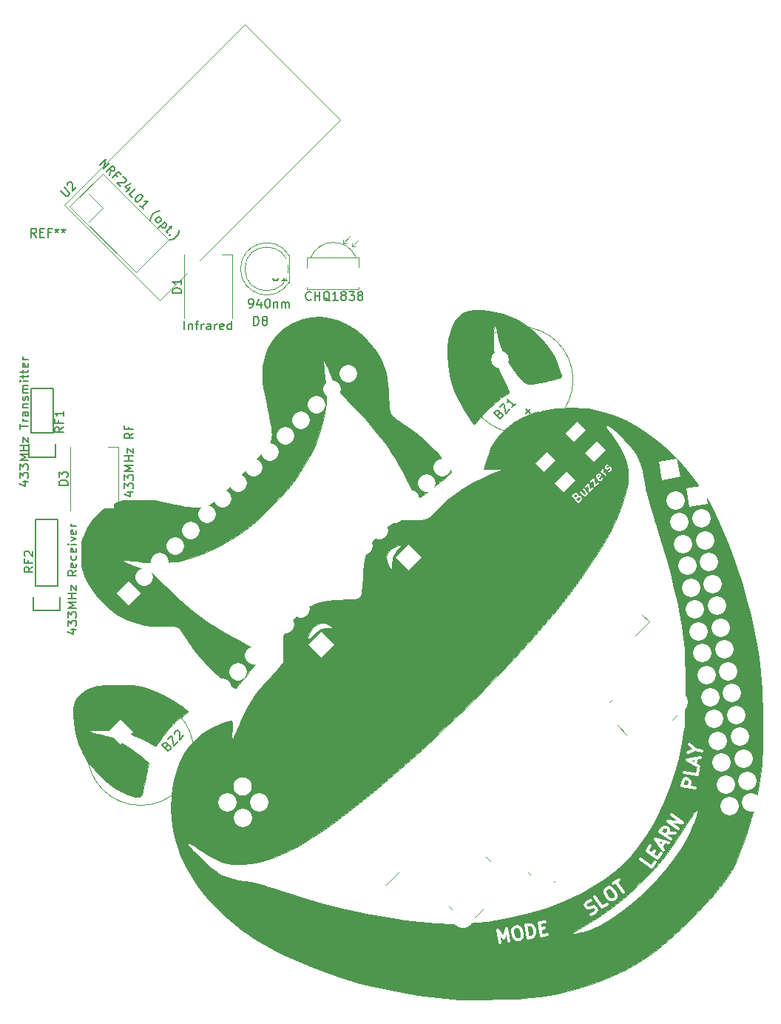
<source format=gto>
G04 #@! TF.FileFunction,Legend,Top*
%FSLAX46Y46*%
G04 Gerber Fmt 4.6, Leading zero omitted, Abs format (unit mm)*
G04 Created by KiCad (PCBNEW 4.0.7) date 2018 June 17, Sunday 21:46:27*
%MOMM*%
%LPD*%
G01*
G04 APERTURE LIST*
%ADD10C,0.100000*%
%ADD11C,0.120000*%
%ADD12C,0.150000*%
%ADD13C,0.010000*%
%ADD14C,0.300000*%
%ADD15C,2.000000*%
%ADD16R,1.400000X1.900000*%
%ADD17R,2.200000X2.200000*%
%ADD18C,2.200000*%
%ADD19C,2.100000*%
%ADD20R,2.432000X2.127200*%
%ADD21O,2.432000X2.127200*%
%ADD22C,2.400000*%
%ADD23C,1.924000*%
%ADD24C,2.100000*%
%ADD25C,2.000000*%
%ADD26C,9.000000*%
%ADD27C,1.300000*%
G04 APERTURE END LIST*
D10*
D11*
X66801902Y-25701903D02*
G75*
G03X66801902Y-25701903I-6099999J0D01*
G01*
X23398096Y-68298097D02*
G75*
G03X23398096Y-68298097I-6099999J0D01*
G01*
X22250000Y-18650000D02*
X22250000Y-11350000D01*
X27750000Y-18650000D02*
X27750000Y-11350000D01*
X27750000Y-11350000D02*
X26600000Y-11350000D01*
X61974517Y-35136396D02*
X67136396Y-29974517D01*
X65863604Y-39025483D02*
X71025483Y-33863604D01*
X71025483Y-33863604D02*
X70212311Y-33050431D01*
X9250000Y-40650000D02*
X9250000Y-33350000D01*
X14750000Y-40650000D02*
X14750000Y-33350000D01*
X14750000Y-33350000D02*
X13600000Y-33350000D01*
X41474517Y-79636396D02*
X46636396Y-74474517D01*
X45363604Y-83525483D02*
X50525483Y-78363604D01*
X50525483Y-78363604D02*
X49712311Y-77550431D01*
X50474517Y-72636396D02*
X55636396Y-67474517D01*
X54363604Y-76525483D02*
X59525483Y-71363604D01*
X59525483Y-71363604D02*
X58712311Y-70550431D01*
X59474517Y-63636396D02*
X64636396Y-58474517D01*
X63363604Y-67525483D02*
X68525483Y-62363604D01*
X68525483Y-62363604D02*
X67712311Y-61550431D01*
X66474517Y-54636396D02*
X71636396Y-49474517D01*
X70363604Y-58525483D02*
X75525483Y-53363604D01*
X75525483Y-53363604D02*
X74712311Y-52550431D01*
X28740000Y-12999538D02*
G75*
G03X34290000Y-14544830I2990000J-462D01*
G01*
X28740000Y-13000462D02*
G75*
G02X34290000Y-11455170I2990000J462D01*
G01*
X34230000Y-13000000D02*
G75*
G03X34230000Y-13000000I-2500000J0D01*
G01*
X34290000Y-14545000D02*
X34290000Y-11455000D01*
D12*
X7270000Y-26690000D02*
X7270000Y-31770000D01*
X4730000Y-26690000D02*
X7270000Y-26690000D01*
X4730000Y-31770000D02*
X4730000Y-26690000D01*
X7270000Y-31770000D02*
X4730000Y-31770000D01*
X7524000Y-34564000D02*
X7524000Y-33040000D01*
X4476000Y-34564000D02*
X7524000Y-34564000D01*
X4476000Y-33040000D02*
X4476000Y-34564000D01*
X7794229Y-49290707D02*
X7794229Y-41670707D01*
X5254229Y-49290707D02*
X5254229Y-41670707D01*
X4974229Y-52110707D02*
X4974229Y-50560707D01*
X7794229Y-41670707D02*
X5254229Y-41670707D01*
X5254229Y-49290707D02*
X7794229Y-49290707D01*
X8074229Y-50560707D02*
X8074229Y-52110707D01*
X8074229Y-52110707D02*
X4974229Y-52110707D01*
D11*
X55596194Y-87181981D02*
X58778175Y-84000000D01*
X51883883Y-85237437D02*
X52944544Y-86298097D01*
X54181981Y-79403806D02*
X51000000Y-82585786D01*
X57894291Y-81348350D02*
X56833631Y-80287689D01*
X64596194Y-83181981D02*
X67778175Y-80000000D01*
X60883883Y-81237437D02*
X61944544Y-82298097D01*
X63181981Y-75403806D02*
X60000000Y-78585786D01*
X66894291Y-77348350D02*
X65833631Y-76287689D01*
X71596194Y-76181981D02*
X74778175Y-73000000D01*
X67883883Y-74237437D02*
X68944544Y-75298097D01*
X70181981Y-68403806D02*
X67000000Y-71585786D01*
X73894291Y-70348350D02*
X72833631Y-69287689D01*
X75596194Y-67181981D02*
X78778175Y-64000000D01*
X71883883Y-65237437D02*
X72944544Y-66298097D01*
X74181981Y-59403806D02*
X71000000Y-62585786D01*
X77894291Y-61348350D02*
X76833631Y-60287689D01*
X36300000Y-11700000D02*
X36300000Y-12900000D01*
X36300000Y-15300000D02*
X36300000Y-15100000D01*
X42300000Y-15300000D02*
X42300000Y-15100000D01*
X36300000Y-11700000D02*
X42300000Y-11700000D01*
X42300000Y-11700000D02*
X42300000Y-12900000D01*
X36300000Y-15300000D02*
X42300000Y-15300000D01*
X41480000Y-10450000D02*
X41880000Y-10450000D01*
X41480000Y-10450000D02*
X41480000Y-10050000D01*
X41480000Y-10450000D02*
X42280000Y-9650000D01*
X40480000Y-10050000D02*
X41280000Y-9250000D01*
X40480000Y-10050000D02*
X40480000Y-9650000D01*
X40480000Y-10050000D02*
X40880000Y-10050000D01*
X41937685Y-11648679D02*
G75*
G03X36760000Y-11700000I-2577685J-1151321D01*
G01*
X9199344Y-5870395D02*
X12971051Y-2098687D01*
X12971051Y-2098687D02*
X20514466Y-9642102D01*
X20514466Y-9642102D02*
X16742759Y-13413810D01*
X16742759Y-13413810D02*
X16742759Y-13413810D01*
X11354605Y-4433554D02*
X12971051Y-6050000D01*
X12971051Y-6050000D02*
X11354605Y-7666446D01*
X11354605Y-7666446D02*
X11354605Y-7666446D01*
X8558705Y-5696447D02*
X29206223Y14951071D01*
X29206223Y14951071D02*
X40131023Y4026272D01*
X40131023Y4026272D02*
X19483505Y-16621246D01*
X19483505Y-16621246D02*
X8558705Y-5696447D01*
X8558705Y-5696447D02*
X8558705Y-5696447D01*
X16742759Y-13413810D02*
X9199344Y-5870395D01*
X9199344Y-5870395D02*
X9199344Y-5870395D01*
D12*
X26288730Y-74848528D02*
G75*
G03X26288730Y-74848528I-400000J0D01*
G01*
D13*
G36*
X67706245Y-28930830D02*
X68306073Y-28973574D01*
X68534082Y-29000489D01*
X69952073Y-29279868D01*
X71372585Y-29723189D01*
X72786661Y-30325452D01*
X74185346Y-31081656D01*
X75559682Y-31986800D01*
X76900716Y-33035883D01*
X78199490Y-34223904D01*
X78586466Y-34613785D01*
X79595903Y-35724529D01*
X80543832Y-36917068D01*
X81436627Y-38203003D01*
X82280662Y-39593934D01*
X83082311Y-41101461D01*
X83847949Y-42737184D01*
X84583948Y-44512703D01*
X85296684Y-46439618D01*
X85645163Y-47460000D01*
X86175514Y-49139268D01*
X86664014Y-50858974D01*
X87103890Y-52588677D01*
X87488371Y-54297936D01*
X87810685Y-55956310D01*
X88064058Y-57533360D01*
X88241719Y-58998644D01*
X88263386Y-59228667D01*
X88331001Y-60094019D01*
X88387479Y-61048962D01*
X88432708Y-62070010D01*
X88466580Y-63133681D01*
X88488986Y-64216489D01*
X88499816Y-65294950D01*
X88498962Y-66345581D01*
X88486314Y-67344897D01*
X88461762Y-68269414D01*
X88425198Y-69095647D01*
X88376512Y-69800114D01*
X88315596Y-70359329D01*
X88315174Y-70362333D01*
X87958237Y-72550701D01*
X87517485Y-74641679D01*
X86996676Y-76621032D01*
X86399568Y-78474524D01*
X85729920Y-80187920D01*
X85707294Y-80240372D01*
X85405661Y-80909091D01*
X85099638Y-81521954D01*
X84773747Y-82100905D01*
X84412507Y-82667888D01*
X84000440Y-83244845D01*
X83522066Y-83853721D01*
X82961905Y-84516458D01*
X82304477Y-85255001D01*
X81723250Y-85888050D01*
X80948169Y-86706164D01*
X80144298Y-87521894D01*
X79332772Y-88315518D01*
X78534723Y-89067312D01*
X77771287Y-89757556D01*
X77063597Y-90366526D01*
X76432788Y-90874501D01*
X76162000Y-91077768D01*
X74501459Y-92191326D01*
X72733705Y-93194924D01*
X70880220Y-94080867D01*
X68962489Y-94841460D01*
X67001995Y-95469008D01*
X65020221Y-95955817D01*
X63038650Y-96294191D01*
X61091333Y-96475775D01*
X60617843Y-96497516D01*
X60041973Y-96518653D01*
X59387514Y-96538774D01*
X58678252Y-96557467D01*
X57937978Y-96574323D01*
X57190480Y-96588929D01*
X56459547Y-96600874D01*
X55768967Y-96609747D01*
X55142530Y-96615137D01*
X54604025Y-96616632D01*
X54177240Y-96613822D01*
X53885964Y-96606295D01*
X53810000Y-96601648D01*
X51361272Y-96365308D01*
X49050610Y-96072368D01*
X46854647Y-95717340D01*
X44750015Y-95294738D01*
X42713344Y-94799074D01*
X40721267Y-94224861D01*
X38750416Y-93566612D01*
X36777423Y-92818841D01*
X35566240Y-92317836D01*
X33997680Y-91621266D01*
X32576489Y-90928621D01*
X31281577Y-90226609D01*
X30091856Y-89501943D01*
X29521999Y-89109908D01*
X66637000Y-89109908D01*
X66902695Y-89112954D01*
X67103484Y-89091125D01*
X67411544Y-89030238D01*
X67772487Y-88941630D01*
X67918695Y-88901190D01*
X68936444Y-88541386D01*
X70000617Y-88037840D01*
X71095973Y-87404515D01*
X72207276Y-86655377D01*
X73319285Y-85804390D01*
X74416761Y-84865519D01*
X75484466Y-83852729D01*
X76507161Y-82779983D01*
X77469606Y-81661247D01*
X78356563Y-80510485D01*
X79152793Y-79341662D01*
X79843057Y-78168742D01*
X80039489Y-77794003D01*
X80268726Y-77317758D01*
X80483203Y-76826062D01*
X80674932Y-76342859D01*
X80835922Y-75892093D01*
X80958182Y-75497710D01*
X81033724Y-75183652D01*
X81054557Y-74973866D01*
X81012691Y-74892294D01*
X81007849Y-74892000D01*
X80938985Y-74914095D01*
X80850210Y-74991946D01*
X80729019Y-75142902D01*
X80562905Y-75384312D01*
X80339362Y-75733527D01*
X80045887Y-76207895D01*
X79970353Y-76331333D01*
X78708188Y-78279650D01*
X77391526Y-80077004D01*
X76007083Y-81736675D01*
X74541574Y-83271941D01*
X72981716Y-84696084D01*
X71314222Y-86022381D01*
X69525810Y-87264111D01*
X68224619Y-88072445D01*
X67809980Y-88321816D01*
X67432313Y-88554290D01*
X67122432Y-88750499D01*
X66911152Y-88891075D01*
X66848667Y-88937232D01*
X66637000Y-89109908D01*
X29521999Y-89109908D01*
X28986239Y-88741331D01*
X27943637Y-87931485D01*
X26942962Y-87059115D01*
X26389118Y-86534507D01*
X25402131Y-85530430D01*
X24550442Y-84568193D01*
X23814228Y-83621731D01*
X23173665Y-82664981D01*
X22608930Y-81671880D01*
X22443202Y-81346609D01*
X21813291Y-79942384D01*
X21412513Y-78786954D01*
X22666855Y-78786954D01*
X22709673Y-78888270D01*
X22823840Y-79043730D01*
X23020544Y-79266201D01*
X23310973Y-79568551D01*
X23706317Y-79963648D01*
X24067935Y-80318362D01*
X24714448Y-80936156D01*
X25269643Y-81436375D01*
X25750084Y-81831967D01*
X26172334Y-82135877D01*
X26552956Y-82361052D01*
X26862516Y-82502743D01*
X27613751Y-82750550D01*
X28463239Y-82948038D01*
X29343572Y-83079976D01*
X29476489Y-83093396D01*
X29728015Y-83121092D01*
X29977181Y-83159242D01*
X30245257Y-83213773D01*
X30553513Y-83290611D01*
X30923221Y-83395683D01*
X31375650Y-83534916D01*
X31932070Y-83714236D01*
X32613751Y-83939570D01*
X33116638Y-84107668D01*
X35738482Y-84947123D01*
X38264744Y-85674319D01*
X40720834Y-86295466D01*
X43132163Y-86816774D01*
X45524142Y-87244450D01*
X46656172Y-87415916D01*
X47532336Y-87534119D01*
X48430922Y-87642628D01*
X49326982Y-87739333D01*
X50195567Y-87822122D01*
X51011729Y-87888886D01*
X51750520Y-87937514D01*
X52386989Y-87965896D01*
X52896190Y-87971921D01*
X53132667Y-87963777D01*
X53401211Y-87948511D01*
X53787118Y-87928358D01*
X54238582Y-87905951D01*
X54699000Y-87884146D01*
X57019862Y-87695577D01*
X59296037Y-87346929D01*
X61521673Y-86839923D01*
X63690913Y-86176280D01*
X65797904Y-85357723D01*
X67836791Y-84385971D01*
X69223729Y-83613521D01*
X70442095Y-82837166D01*
X71549423Y-82010125D01*
X72562519Y-81114029D01*
X73498188Y-80130505D01*
X74373235Y-79041182D01*
X75204464Y-77827688D01*
X76008682Y-76471654D01*
X76372061Y-75798982D01*
X77149004Y-74193485D01*
X77841333Y-72502946D01*
X78438141Y-70762752D01*
X78928520Y-69008289D01*
X79301562Y-67274942D01*
X79546359Y-65598099D01*
X79561676Y-65451667D01*
X79590675Y-65060136D01*
X79614802Y-64524887D01*
X79634059Y-63871464D01*
X79648448Y-63125411D01*
X79657972Y-62312273D01*
X79662632Y-61457595D01*
X79662431Y-60586922D01*
X79657369Y-59725796D01*
X79647451Y-58899765D01*
X79632676Y-58134371D01*
X79613048Y-57455159D01*
X79588569Y-56887675D01*
X79560968Y-56477000D01*
X79427974Y-55205540D01*
X79244779Y-53885281D01*
X79008456Y-52503431D01*
X78716077Y-51047203D01*
X78364715Y-49503807D01*
X77951442Y-47860454D01*
X77473332Y-46104353D01*
X76927457Y-44222717D01*
X76310890Y-42202755D01*
X76247219Y-41999000D01*
X75961752Y-41083232D01*
X75724043Y-40310104D01*
X75529229Y-39661305D01*
X75372447Y-39118523D01*
X75248837Y-38663447D01*
X75153534Y-38277768D01*
X75081678Y-37943174D01*
X75028405Y-37641354D01*
X74988854Y-37353998D01*
X74970860Y-37192306D01*
X74781878Y-36096030D01*
X74450063Y-35088949D01*
X73973919Y-34166996D01*
X73717636Y-33786333D01*
X73350629Y-33308626D01*
X72948479Y-32833569D01*
X72528051Y-32376439D01*
X72106212Y-31952517D01*
X71699826Y-31577080D01*
X71325760Y-31265410D01*
X71000877Y-31032784D01*
X70742045Y-30894481D01*
X70566128Y-30865781D01*
X70520864Y-30890247D01*
X70508396Y-30963857D01*
X70571609Y-31102680D01*
X70721409Y-31323726D01*
X70968700Y-31644006D01*
X71140252Y-31856410D01*
X71842681Y-32828268D01*
X72409208Y-33848776D01*
X72827115Y-34893000D01*
X72994609Y-35492076D01*
X73076459Y-36042653D01*
X73097512Y-36692944D01*
X73060241Y-37385595D01*
X72967117Y-38063250D01*
X72864146Y-38519702D01*
X72399147Y-39982759D01*
X71786396Y-41505322D01*
X71025125Y-43088589D01*
X70114571Y-44733759D01*
X69053966Y-46442033D01*
X67842547Y-48214608D01*
X66479546Y-50052684D01*
X64964198Y-51957459D01*
X63295739Y-53930134D01*
X62314597Y-55042187D01*
X59852746Y-57737380D01*
X57335483Y-60383725D01*
X54777792Y-62967201D01*
X52194658Y-65473786D01*
X49601064Y-67889461D01*
X47011995Y-70200206D01*
X44442435Y-72391999D01*
X41907366Y-74450820D01*
X39967000Y-75952797D01*
X38334148Y-77138797D01*
X36772658Y-78171457D01*
X35282273Y-79050878D01*
X33862735Y-79777163D01*
X32513790Y-80350414D01*
X31235179Y-80770733D01*
X30026648Y-81038223D01*
X28887940Y-81152985D01*
X27818797Y-81115122D01*
X27242264Y-81025661D01*
X26628007Y-80850682D01*
X25934637Y-80563958D01*
X25194273Y-80181420D01*
X24439030Y-79719004D01*
X24007333Y-79420844D01*
X23527522Y-79085703D01*
X23163676Y-78857636D01*
X22905277Y-78731130D01*
X22741810Y-78700668D01*
X22684197Y-78726914D01*
X22666855Y-78786954D01*
X21412513Y-78786954D01*
X21338373Y-78573211D01*
X21013378Y-77218891D01*
X20833233Y-75859223D01*
X20790000Y-74762194D01*
X20850080Y-73268665D01*
X21029783Y-71885958D01*
X21328298Y-70616414D01*
X21744819Y-69462373D01*
X22278536Y-68426176D01*
X22928641Y-67510164D01*
X23510832Y-66885531D01*
X24423394Y-66131917D01*
X25436015Y-65514876D01*
X26548470Y-65034538D01*
X26940890Y-64904993D01*
X27247996Y-64810864D01*
X27502076Y-64732979D01*
X27649536Y-64687766D01*
X27651853Y-64687055D01*
X27705911Y-64688714D01*
X27740638Y-64750136D01*
X27758409Y-64896616D01*
X27761598Y-65153448D01*
X27752580Y-65545926D01*
X27747465Y-65705456D01*
X27736184Y-66183117D01*
X27742498Y-66521927D01*
X27772091Y-66719133D01*
X27830648Y-66771983D01*
X27923853Y-66677722D01*
X28057393Y-66433598D01*
X28236952Y-66036857D01*
X28468215Y-65484747D01*
X28533736Y-65324667D01*
X28825206Y-64646144D01*
X29149318Y-63952644D01*
X29488198Y-63278365D01*
X29823975Y-62657508D01*
X30138778Y-62124273D01*
X30414732Y-61712858D01*
X30436279Y-61684000D01*
X30634025Y-61435576D01*
X30918035Y-61096915D01*
X31259254Y-60701777D01*
X31628628Y-60283923D01*
X31898688Y-59984677D01*
X32261282Y-59584471D01*
X32609528Y-59195885D01*
X32916951Y-58848770D01*
X33157074Y-58572978D01*
X33281395Y-58425629D01*
X33617000Y-58015572D01*
X33618802Y-56526619D01*
X33620411Y-55196783D01*
X36453322Y-55196783D01*
X36507509Y-55318495D01*
X36562059Y-55334000D01*
X36670117Y-55277207D01*
X36856924Y-55126979D01*
X37085550Y-54913536D01*
X37128854Y-54870169D01*
X37485708Y-54536577D01*
X37798673Y-54321146D01*
X38117420Y-54200897D01*
X38491625Y-54152852D01*
X38688629Y-54148667D01*
X39033592Y-54131480D01*
X39213442Y-54077676D01*
X39229100Y-53983885D01*
X39081491Y-53846738D01*
X38815283Y-53686427D01*
X38354545Y-53512176D01*
X37914879Y-53503725D01*
X37494123Y-53661855D01*
X37090116Y-53987347D01*
X36728500Y-54439500D01*
X36570731Y-54720133D01*
X36476700Y-54984944D01*
X36453322Y-55196783D01*
X33620411Y-55196783D01*
X33620604Y-55037667D01*
X33975439Y-54347403D01*
X34502748Y-53482343D01*
X35136300Y-52740784D01*
X35889707Y-52109359D01*
X36776581Y-51574701D01*
X36822848Y-51551188D01*
X37287597Y-51336294D01*
X37744097Y-51171627D01*
X38227479Y-51050190D01*
X38772874Y-50964989D01*
X39415412Y-50909025D01*
X40190224Y-50875302D01*
X40221000Y-50874415D01*
X40736245Y-50855867D01*
X41214320Y-50831440D01*
X41620584Y-50803455D01*
X41920398Y-50774232D01*
X42061934Y-50751119D01*
X42244439Y-50689456D01*
X42385952Y-50593759D01*
X42493341Y-50442491D01*
X42573474Y-50214115D01*
X42633221Y-49887094D01*
X42679450Y-49439893D01*
X42719028Y-48850973D01*
X42729917Y-48656583D01*
X42792411Y-47706357D01*
X42873058Y-46901421D01*
X42980033Y-46218025D01*
X43005269Y-46113564D01*
X45428000Y-46113564D01*
X45464684Y-46422666D01*
X45561011Y-46745858D01*
X45696393Y-47040260D01*
X45850242Y-47262990D01*
X46001969Y-47371164D01*
X46033789Y-47375333D01*
X46067655Y-47297471D01*
X46093254Y-47091019D01*
X46106061Y-46796681D01*
X46106726Y-46719167D01*
X46121453Y-46342537D01*
X46176965Y-46037366D01*
X46292984Y-45757247D01*
X46489229Y-45455773D01*
X46785423Y-45086535D01*
X46815794Y-45050592D01*
X46981576Y-44837614D01*
X47080341Y-44676090D01*
X47092848Y-44609293D01*
X46978995Y-44601695D01*
X46763980Y-44664585D01*
X46490887Y-44779758D01*
X46202803Y-44929010D01*
X45942814Y-45094136D01*
X45939251Y-45096711D01*
X45644146Y-45362972D01*
X45483445Y-45660743D01*
X45428802Y-46046405D01*
X45428000Y-46113564D01*
X43005269Y-46113564D01*
X43121509Y-45632418D01*
X43305661Y-45120851D01*
X43540663Y-44659574D01*
X43834690Y-44224837D01*
X44195915Y-43792891D01*
X44521750Y-43450522D01*
X45138977Y-42866489D01*
X45703844Y-42416956D01*
X46239980Y-42085099D01*
X46757239Y-41858906D01*
X46965512Y-41792627D01*
X47167270Y-41749796D01*
X47400669Y-41727966D01*
X47703869Y-41724694D01*
X48115026Y-41737533D01*
X48427652Y-41751867D01*
X49009482Y-41771936D01*
X49459980Y-41759934D01*
X49815964Y-41703780D01*
X50114252Y-41591391D01*
X50391662Y-41410684D01*
X50685012Y-41149578D01*
X50889000Y-40944124D01*
X51770428Y-40073099D01*
X52627441Y-39313294D01*
X53493676Y-38641799D01*
X54402775Y-38035705D01*
X55388376Y-37472102D01*
X56484119Y-36928082D01*
X57366000Y-36533120D01*
X57791830Y-36346600D01*
X58164611Y-36178158D01*
X58455563Y-36041202D01*
X58635906Y-35949139D01*
X58678333Y-35921742D01*
X58638035Y-35888660D01*
X58437060Y-35871808D01*
X58083313Y-35871487D01*
X57684139Y-35883798D01*
X56605278Y-35927388D01*
X56657837Y-35703527D01*
X56757650Y-35331231D01*
X56896750Y-34880952D01*
X57057215Y-34404595D01*
X57221119Y-33954067D01*
X57370538Y-33581276D01*
X57451637Y-33404770D01*
X57931064Y-32617628D01*
X58558583Y-31854122D01*
X59312954Y-31137119D01*
X60137518Y-30513271D01*
X60875409Y-30067924D01*
X61656568Y-29705439D01*
X62513198Y-29414444D01*
X63477500Y-29183568D01*
X64308667Y-29040349D01*
X64872481Y-28976939D01*
X65544794Y-28933804D01*
X66274958Y-28911422D01*
X67012324Y-28910272D01*
X67706245Y-28930830D01*
X67706245Y-28930830D01*
G37*
X67706245Y-28930830D02*
X68306073Y-28973574D01*
X68534082Y-29000489D01*
X69952073Y-29279868D01*
X71372585Y-29723189D01*
X72786661Y-30325452D01*
X74185346Y-31081656D01*
X75559682Y-31986800D01*
X76900716Y-33035883D01*
X78199490Y-34223904D01*
X78586466Y-34613785D01*
X79595903Y-35724529D01*
X80543832Y-36917068D01*
X81436627Y-38203003D01*
X82280662Y-39593934D01*
X83082311Y-41101461D01*
X83847949Y-42737184D01*
X84583948Y-44512703D01*
X85296684Y-46439618D01*
X85645163Y-47460000D01*
X86175514Y-49139268D01*
X86664014Y-50858974D01*
X87103890Y-52588677D01*
X87488371Y-54297936D01*
X87810685Y-55956310D01*
X88064058Y-57533360D01*
X88241719Y-58998644D01*
X88263386Y-59228667D01*
X88331001Y-60094019D01*
X88387479Y-61048962D01*
X88432708Y-62070010D01*
X88466580Y-63133681D01*
X88488986Y-64216489D01*
X88499816Y-65294950D01*
X88498962Y-66345581D01*
X88486314Y-67344897D01*
X88461762Y-68269414D01*
X88425198Y-69095647D01*
X88376512Y-69800114D01*
X88315596Y-70359329D01*
X88315174Y-70362333D01*
X87958237Y-72550701D01*
X87517485Y-74641679D01*
X86996676Y-76621032D01*
X86399568Y-78474524D01*
X85729920Y-80187920D01*
X85707294Y-80240372D01*
X85405661Y-80909091D01*
X85099638Y-81521954D01*
X84773747Y-82100905D01*
X84412507Y-82667888D01*
X84000440Y-83244845D01*
X83522066Y-83853721D01*
X82961905Y-84516458D01*
X82304477Y-85255001D01*
X81723250Y-85888050D01*
X80948169Y-86706164D01*
X80144298Y-87521894D01*
X79332772Y-88315518D01*
X78534723Y-89067312D01*
X77771287Y-89757556D01*
X77063597Y-90366526D01*
X76432788Y-90874501D01*
X76162000Y-91077768D01*
X74501459Y-92191326D01*
X72733705Y-93194924D01*
X70880220Y-94080867D01*
X68962489Y-94841460D01*
X67001995Y-95469008D01*
X65020221Y-95955817D01*
X63038650Y-96294191D01*
X61091333Y-96475775D01*
X60617843Y-96497516D01*
X60041973Y-96518653D01*
X59387514Y-96538774D01*
X58678252Y-96557467D01*
X57937978Y-96574323D01*
X57190480Y-96588929D01*
X56459547Y-96600874D01*
X55768967Y-96609747D01*
X55142530Y-96615137D01*
X54604025Y-96616632D01*
X54177240Y-96613822D01*
X53885964Y-96606295D01*
X53810000Y-96601648D01*
X51361272Y-96365308D01*
X49050610Y-96072368D01*
X46854647Y-95717340D01*
X44750015Y-95294738D01*
X42713344Y-94799074D01*
X40721267Y-94224861D01*
X38750416Y-93566612D01*
X36777423Y-92818841D01*
X35566240Y-92317836D01*
X33997680Y-91621266D01*
X32576489Y-90928621D01*
X31281577Y-90226609D01*
X30091856Y-89501943D01*
X29521999Y-89109908D01*
X66637000Y-89109908D01*
X66902695Y-89112954D01*
X67103484Y-89091125D01*
X67411544Y-89030238D01*
X67772487Y-88941630D01*
X67918695Y-88901190D01*
X68936444Y-88541386D01*
X70000617Y-88037840D01*
X71095973Y-87404515D01*
X72207276Y-86655377D01*
X73319285Y-85804390D01*
X74416761Y-84865519D01*
X75484466Y-83852729D01*
X76507161Y-82779983D01*
X77469606Y-81661247D01*
X78356563Y-80510485D01*
X79152793Y-79341662D01*
X79843057Y-78168742D01*
X80039489Y-77794003D01*
X80268726Y-77317758D01*
X80483203Y-76826062D01*
X80674932Y-76342859D01*
X80835922Y-75892093D01*
X80958182Y-75497710D01*
X81033724Y-75183652D01*
X81054557Y-74973866D01*
X81012691Y-74892294D01*
X81007849Y-74892000D01*
X80938985Y-74914095D01*
X80850210Y-74991946D01*
X80729019Y-75142902D01*
X80562905Y-75384312D01*
X80339362Y-75733527D01*
X80045887Y-76207895D01*
X79970353Y-76331333D01*
X78708188Y-78279650D01*
X77391526Y-80077004D01*
X76007083Y-81736675D01*
X74541574Y-83271941D01*
X72981716Y-84696084D01*
X71314222Y-86022381D01*
X69525810Y-87264111D01*
X68224619Y-88072445D01*
X67809980Y-88321816D01*
X67432313Y-88554290D01*
X67122432Y-88750499D01*
X66911152Y-88891075D01*
X66848667Y-88937232D01*
X66637000Y-89109908D01*
X29521999Y-89109908D01*
X28986239Y-88741331D01*
X27943637Y-87931485D01*
X26942962Y-87059115D01*
X26389118Y-86534507D01*
X25402131Y-85530430D01*
X24550442Y-84568193D01*
X23814228Y-83621731D01*
X23173665Y-82664981D01*
X22608930Y-81671880D01*
X22443202Y-81346609D01*
X21813291Y-79942384D01*
X21412513Y-78786954D01*
X22666855Y-78786954D01*
X22709673Y-78888270D01*
X22823840Y-79043730D01*
X23020544Y-79266201D01*
X23310973Y-79568551D01*
X23706317Y-79963648D01*
X24067935Y-80318362D01*
X24714448Y-80936156D01*
X25269643Y-81436375D01*
X25750084Y-81831967D01*
X26172334Y-82135877D01*
X26552956Y-82361052D01*
X26862516Y-82502743D01*
X27613751Y-82750550D01*
X28463239Y-82948038D01*
X29343572Y-83079976D01*
X29476489Y-83093396D01*
X29728015Y-83121092D01*
X29977181Y-83159242D01*
X30245257Y-83213773D01*
X30553513Y-83290611D01*
X30923221Y-83395683D01*
X31375650Y-83534916D01*
X31932070Y-83714236D01*
X32613751Y-83939570D01*
X33116638Y-84107668D01*
X35738482Y-84947123D01*
X38264744Y-85674319D01*
X40720834Y-86295466D01*
X43132163Y-86816774D01*
X45524142Y-87244450D01*
X46656172Y-87415916D01*
X47532336Y-87534119D01*
X48430922Y-87642628D01*
X49326982Y-87739333D01*
X50195567Y-87822122D01*
X51011729Y-87888886D01*
X51750520Y-87937514D01*
X52386989Y-87965896D01*
X52896190Y-87971921D01*
X53132667Y-87963777D01*
X53401211Y-87948511D01*
X53787118Y-87928358D01*
X54238582Y-87905951D01*
X54699000Y-87884146D01*
X57019862Y-87695577D01*
X59296037Y-87346929D01*
X61521673Y-86839923D01*
X63690913Y-86176280D01*
X65797904Y-85357723D01*
X67836791Y-84385971D01*
X69223729Y-83613521D01*
X70442095Y-82837166D01*
X71549423Y-82010125D01*
X72562519Y-81114029D01*
X73498188Y-80130505D01*
X74373235Y-79041182D01*
X75204464Y-77827688D01*
X76008682Y-76471654D01*
X76372061Y-75798982D01*
X77149004Y-74193485D01*
X77841333Y-72502946D01*
X78438141Y-70762752D01*
X78928520Y-69008289D01*
X79301562Y-67274942D01*
X79546359Y-65598099D01*
X79561676Y-65451667D01*
X79590675Y-65060136D01*
X79614802Y-64524887D01*
X79634059Y-63871464D01*
X79648448Y-63125411D01*
X79657972Y-62312273D01*
X79662632Y-61457595D01*
X79662431Y-60586922D01*
X79657369Y-59725796D01*
X79647451Y-58899765D01*
X79632676Y-58134371D01*
X79613048Y-57455159D01*
X79588569Y-56887675D01*
X79560968Y-56477000D01*
X79427974Y-55205540D01*
X79244779Y-53885281D01*
X79008456Y-52503431D01*
X78716077Y-51047203D01*
X78364715Y-49503807D01*
X77951442Y-47860454D01*
X77473332Y-46104353D01*
X76927457Y-44222717D01*
X76310890Y-42202755D01*
X76247219Y-41999000D01*
X75961752Y-41083232D01*
X75724043Y-40310104D01*
X75529229Y-39661305D01*
X75372447Y-39118523D01*
X75248837Y-38663447D01*
X75153534Y-38277768D01*
X75081678Y-37943174D01*
X75028405Y-37641354D01*
X74988854Y-37353998D01*
X74970860Y-37192306D01*
X74781878Y-36096030D01*
X74450063Y-35088949D01*
X73973919Y-34166996D01*
X73717636Y-33786333D01*
X73350629Y-33308626D01*
X72948479Y-32833569D01*
X72528051Y-32376439D01*
X72106212Y-31952517D01*
X71699826Y-31577080D01*
X71325760Y-31265410D01*
X71000877Y-31032784D01*
X70742045Y-30894481D01*
X70566128Y-30865781D01*
X70520864Y-30890247D01*
X70508396Y-30963857D01*
X70571609Y-31102680D01*
X70721409Y-31323726D01*
X70968700Y-31644006D01*
X71140252Y-31856410D01*
X71842681Y-32828268D01*
X72409208Y-33848776D01*
X72827115Y-34893000D01*
X72994609Y-35492076D01*
X73076459Y-36042653D01*
X73097512Y-36692944D01*
X73060241Y-37385595D01*
X72967117Y-38063250D01*
X72864146Y-38519702D01*
X72399147Y-39982759D01*
X71786396Y-41505322D01*
X71025125Y-43088589D01*
X70114571Y-44733759D01*
X69053966Y-46442033D01*
X67842547Y-48214608D01*
X66479546Y-50052684D01*
X64964198Y-51957459D01*
X63295739Y-53930134D01*
X62314597Y-55042187D01*
X59852746Y-57737380D01*
X57335483Y-60383725D01*
X54777792Y-62967201D01*
X52194658Y-65473786D01*
X49601064Y-67889461D01*
X47011995Y-70200206D01*
X44442435Y-72391999D01*
X41907366Y-74450820D01*
X39967000Y-75952797D01*
X38334148Y-77138797D01*
X36772658Y-78171457D01*
X35282273Y-79050878D01*
X33862735Y-79777163D01*
X32513790Y-80350414D01*
X31235179Y-80770733D01*
X30026648Y-81038223D01*
X28887940Y-81152985D01*
X27818797Y-81115122D01*
X27242264Y-81025661D01*
X26628007Y-80850682D01*
X25934637Y-80563958D01*
X25194273Y-80181420D01*
X24439030Y-79719004D01*
X24007333Y-79420844D01*
X23527522Y-79085703D01*
X23163676Y-78857636D01*
X22905277Y-78731130D01*
X22741810Y-78700668D01*
X22684197Y-78726914D01*
X22666855Y-78786954D01*
X21412513Y-78786954D01*
X21338373Y-78573211D01*
X21013378Y-77218891D01*
X20833233Y-75859223D01*
X20790000Y-74762194D01*
X20850080Y-73268665D01*
X21029783Y-71885958D01*
X21328298Y-70616414D01*
X21744819Y-69462373D01*
X22278536Y-68426176D01*
X22928641Y-67510164D01*
X23510832Y-66885531D01*
X24423394Y-66131917D01*
X25436015Y-65514876D01*
X26548470Y-65034538D01*
X26940890Y-64904993D01*
X27247996Y-64810864D01*
X27502076Y-64732979D01*
X27649536Y-64687766D01*
X27651853Y-64687055D01*
X27705911Y-64688714D01*
X27740638Y-64750136D01*
X27758409Y-64896616D01*
X27761598Y-65153448D01*
X27752580Y-65545926D01*
X27747465Y-65705456D01*
X27736184Y-66183117D01*
X27742498Y-66521927D01*
X27772091Y-66719133D01*
X27830648Y-66771983D01*
X27923853Y-66677722D01*
X28057393Y-66433598D01*
X28236952Y-66036857D01*
X28468215Y-65484747D01*
X28533736Y-65324667D01*
X28825206Y-64646144D01*
X29149318Y-63952644D01*
X29488198Y-63278365D01*
X29823975Y-62657508D01*
X30138778Y-62124273D01*
X30414732Y-61712858D01*
X30436279Y-61684000D01*
X30634025Y-61435576D01*
X30918035Y-61096915D01*
X31259254Y-60701777D01*
X31628628Y-60283923D01*
X31898688Y-59984677D01*
X32261282Y-59584471D01*
X32609528Y-59195885D01*
X32916951Y-58848770D01*
X33157074Y-58572978D01*
X33281395Y-58425629D01*
X33617000Y-58015572D01*
X33618802Y-56526619D01*
X33620411Y-55196783D01*
X36453322Y-55196783D01*
X36507509Y-55318495D01*
X36562059Y-55334000D01*
X36670117Y-55277207D01*
X36856924Y-55126979D01*
X37085550Y-54913536D01*
X37128854Y-54870169D01*
X37485708Y-54536577D01*
X37798673Y-54321146D01*
X38117420Y-54200897D01*
X38491625Y-54152852D01*
X38688629Y-54148667D01*
X39033592Y-54131480D01*
X39213442Y-54077676D01*
X39229100Y-53983885D01*
X39081491Y-53846738D01*
X38815283Y-53686427D01*
X38354545Y-53512176D01*
X37914879Y-53503725D01*
X37494123Y-53661855D01*
X37090116Y-53987347D01*
X36728500Y-54439500D01*
X36570731Y-54720133D01*
X36476700Y-54984944D01*
X36453322Y-55196783D01*
X33620411Y-55196783D01*
X33620604Y-55037667D01*
X33975439Y-54347403D01*
X34502748Y-53482343D01*
X35136300Y-52740784D01*
X35889707Y-52109359D01*
X36776581Y-51574701D01*
X36822848Y-51551188D01*
X37287597Y-51336294D01*
X37744097Y-51171627D01*
X38227479Y-51050190D01*
X38772874Y-50964989D01*
X39415412Y-50909025D01*
X40190224Y-50875302D01*
X40221000Y-50874415D01*
X40736245Y-50855867D01*
X41214320Y-50831440D01*
X41620584Y-50803455D01*
X41920398Y-50774232D01*
X42061934Y-50751119D01*
X42244439Y-50689456D01*
X42385952Y-50593759D01*
X42493341Y-50442491D01*
X42573474Y-50214115D01*
X42633221Y-49887094D01*
X42679450Y-49439893D01*
X42719028Y-48850973D01*
X42729917Y-48656583D01*
X42792411Y-47706357D01*
X42873058Y-46901421D01*
X42980033Y-46218025D01*
X43005269Y-46113564D01*
X45428000Y-46113564D01*
X45464684Y-46422666D01*
X45561011Y-46745858D01*
X45696393Y-47040260D01*
X45850242Y-47262990D01*
X46001969Y-47371164D01*
X46033789Y-47375333D01*
X46067655Y-47297471D01*
X46093254Y-47091019D01*
X46106061Y-46796681D01*
X46106726Y-46719167D01*
X46121453Y-46342537D01*
X46176965Y-46037366D01*
X46292984Y-45757247D01*
X46489229Y-45455773D01*
X46785423Y-45086535D01*
X46815794Y-45050592D01*
X46981576Y-44837614D01*
X47080341Y-44676090D01*
X47092848Y-44609293D01*
X46978995Y-44601695D01*
X46763980Y-44664585D01*
X46490887Y-44779758D01*
X46202803Y-44929010D01*
X45942814Y-45094136D01*
X45939251Y-45096711D01*
X45644146Y-45362972D01*
X45483445Y-45660743D01*
X45428802Y-46046405D01*
X45428000Y-46113564D01*
X43005269Y-46113564D01*
X43121509Y-45632418D01*
X43305661Y-45120851D01*
X43540663Y-44659574D01*
X43834690Y-44224837D01*
X44195915Y-43792891D01*
X44521750Y-43450522D01*
X45138977Y-42866489D01*
X45703844Y-42416956D01*
X46239980Y-42085099D01*
X46757239Y-41858906D01*
X46965512Y-41792627D01*
X47167270Y-41749796D01*
X47400669Y-41727966D01*
X47703869Y-41724694D01*
X48115026Y-41737533D01*
X48427652Y-41751867D01*
X49009482Y-41771936D01*
X49459980Y-41759934D01*
X49815964Y-41703780D01*
X50114252Y-41591391D01*
X50391662Y-41410684D01*
X50685012Y-41149578D01*
X50889000Y-40944124D01*
X51770428Y-40073099D01*
X52627441Y-39313294D01*
X53493676Y-38641799D01*
X54402775Y-38035705D01*
X55388376Y-37472102D01*
X56484119Y-36928082D01*
X57366000Y-36533120D01*
X57791830Y-36346600D01*
X58164611Y-36178158D01*
X58455563Y-36041202D01*
X58635906Y-35949139D01*
X58678333Y-35921742D01*
X58638035Y-35888660D01*
X58437060Y-35871808D01*
X58083313Y-35871487D01*
X57684139Y-35883798D01*
X56605278Y-35927388D01*
X56657837Y-35703527D01*
X56757650Y-35331231D01*
X56896750Y-34880952D01*
X57057215Y-34404595D01*
X57221119Y-33954067D01*
X57370538Y-33581276D01*
X57451637Y-33404770D01*
X57931064Y-32617628D01*
X58558583Y-31854122D01*
X59312954Y-31137119D01*
X60137518Y-30513271D01*
X60875409Y-30067924D01*
X61656568Y-29705439D01*
X62513198Y-29414444D01*
X63477500Y-29183568D01*
X64308667Y-29040349D01*
X64872481Y-28976939D01*
X65544794Y-28933804D01*
X66274958Y-28911422D01*
X67012324Y-28910272D01*
X67706245Y-28930830D01*
G36*
X15849177Y-60634380D02*
X16245129Y-60644338D01*
X16558570Y-60662617D01*
X16818438Y-60691241D01*
X17053669Y-60732237D01*
X17293198Y-60787628D01*
X17428687Y-60822695D01*
X18229702Y-61066490D01*
X19025841Y-61377145D01*
X19846598Y-61768813D01*
X20721468Y-62255645D01*
X21679945Y-62851795D01*
X21743099Y-62892877D01*
X22101489Y-63131653D01*
X22402461Y-63341891D01*
X22620361Y-63504918D01*
X22729537Y-63602061D01*
X22737333Y-63616582D01*
X22671744Y-63697667D01*
X22499554Y-63838608D01*
X22257626Y-64009309D01*
X22250500Y-64014030D01*
X21847011Y-64320490D01*
X21386237Y-64735667D01*
X20901335Y-65225120D01*
X20425464Y-65754411D01*
X19991782Y-66289100D01*
X19774000Y-66586187D01*
X19543188Y-66915606D01*
X19340819Y-67204197D01*
X19191139Y-67417396D01*
X19124193Y-67512470D01*
X19060362Y-67575650D01*
X18969461Y-67583573D01*
X18816270Y-67526734D01*
X18565572Y-67395627D01*
X18446860Y-67329642D01*
X17530664Y-66840236D01*
X16705858Y-66454999D01*
X15938245Y-66164513D01*
X15193630Y-65959357D01*
X14437818Y-65830113D01*
X13636613Y-65767361D01*
X12755820Y-65761683D01*
X12754603Y-65761709D01*
X12185901Y-65777674D01*
X11771356Y-65799405D01*
X11495832Y-65829088D01*
X11344191Y-65868910D01*
X11301294Y-65921059D01*
X11329408Y-65967631D01*
X11427387Y-66003657D01*
X11657177Y-66064706D01*
X11984607Y-66142284D01*
X12375506Y-66227894D01*
X12380686Y-66228987D01*
X12853943Y-66338978D01*
X13342882Y-66469632D01*
X13780658Y-66602278D01*
X14028696Y-66689320D01*
X14818093Y-67050084D01*
X15663588Y-67540898D01*
X16538367Y-68144165D01*
X17415617Y-68842289D01*
X17739158Y-69124420D01*
X18201982Y-69538090D01*
X18052143Y-70331211D01*
X17910860Y-71053776D01*
X17773581Y-71708042D01*
X17644945Y-72274587D01*
X17529591Y-72733984D01*
X17432158Y-73066811D01*
X17357286Y-73253643D01*
X17352113Y-73262167D01*
X17195356Y-73399433D01*
X16948804Y-73445978D01*
X16597713Y-73400862D01*
X16127340Y-73263149D01*
X15864513Y-73167558D01*
X15081422Y-72823148D01*
X14344414Y-72396779D01*
X13619829Y-71865671D01*
X12874006Y-71207048D01*
X12657448Y-70997333D01*
X12287513Y-70621036D01*
X11930437Y-70236763D01*
X11618175Y-69880363D01*
X11382681Y-69587687D01*
X11309172Y-69484687D01*
X10689115Y-68421657D01*
X10198127Y-67291846D01*
X9845427Y-66124337D01*
X9640227Y-64948212D01*
X9588536Y-64054667D01*
X9613481Y-63399940D01*
X9702133Y-62869107D01*
X9865832Y-62425032D01*
X10115915Y-62030576D01*
X10258363Y-61860803D01*
X10645224Y-61482794D01*
X11058860Y-61197405D01*
X11550056Y-60974926D01*
X12034296Y-60821912D01*
X12268410Y-60761621D01*
X12495512Y-60715746D01*
X12743794Y-60682268D01*
X13041449Y-60659167D01*
X13416668Y-60644423D01*
X13897646Y-60636015D01*
X14512574Y-60631924D01*
X14694000Y-60631329D01*
X15341780Y-60630719D01*
X15849177Y-60634380D01*
X15849177Y-60634380D01*
G37*
X15849177Y-60634380D02*
X16245129Y-60644338D01*
X16558570Y-60662617D01*
X16818438Y-60691241D01*
X17053669Y-60732237D01*
X17293198Y-60787628D01*
X17428687Y-60822695D01*
X18229702Y-61066490D01*
X19025841Y-61377145D01*
X19846598Y-61768813D01*
X20721468Y-62255645D01*
X21679945Y-62851795D01*
X21743099Y-62892877D01*
X22101489Y-63131653D01*
X22402461Y-63341891D01*
X22620361Y-63504918D01*
X22729537Y-63602061D01*
X22737333Y-63616582D01*
X22671744Y-63697667D01*
X22499554Y-63838608D01*
X22257626Y-64009309D01*
X22250500Y-64014030D01*
X21847011Y-64320490D01*
X21386237Y-64735667D01*
X20901335Y-65225120D01*
X20425464Y-65754411D01*
X19991782Y-66289100D01*
X19774000Y-66586187D01*
X19543188Y-66915606D01*
X19340819Y-67204197D01*
X19191139Y-67417396D01*
X19124193Y-67512470D01*
X19060362Y-67575650D01*
X18969461Y-67583573D01*
X18816270Y-67526734D01*
X18565572Y-67395627D01*
X18446860Y-67329642D01*
X17530664Y-66840236D01*
X16705858Y-66454999D01*
X15938245Y-66164513D01*
X15193630Y-65959357D01*
X14437818Y-65830113D01*
X13636613Y-65767361D01*
X12755820Y-65761683D01*
X12754603Y-65761709D01*
X12185901Y-65777674D01*
X11771356Y-65799405D01*
X11495832Y-65829088D01*
X11344191Y-65868910D01*
X11301294Y-65921059D01*
X11329408Y-65967631D01*
X11427387Y-66003657D01*
X11657177Y-66064706D01*
X11984607Y-66142284D01*
X12375506Y-66227894D01*
X12380686Y-66228987D01*
X12853943Y-66338978D01*
X13342882Y-66469632D01*
X13780658Y-66602278D01*
X14028696Y-66689320D01*
X14818093Y-67050084D01*
X15663588Y-67540898D01*
X16538367Y-68144165D01*
X17415617Y-68842289D01*
X17739158Y-69124420D01*
X18201982Y-69538090D01*
X18052143Y-70331211D01*
X17910860Y-71053776D01*
X17773581Y-71708042D01*
X17644945Y-72274587D01*
X17529591Y-72733984D01*
X17432158Y-73066811D01*
X17357286Y-73253643D01*
X17352113Y-73262167D01*
X17195356Y-73399433D01*
X16948804Y-73445978D01*
X16597713Y-73400862D01*
X16127340Y-73263149D01*
X15864513Y-73167558D01*
X15081422Y-72823148D01*
X14344414Y-72396779D01*
X13619829Y-71865671D01*
X12874006Y-71207048D01*
X12657448Y-70997333D01*
X12287513Y-70621036D01*
X11930437Y-70236763D01*
X11618175Y-69880363D01*
X11382681Y-69587687D01*
X11309172Y-69484687D01*
X10689115Y-68421657D01*
X10198127Y-67291846D01*
X9845427Y-66124337D01*
X9640227Y-64948212D01*
X9588536Y-64054667D01*
X9613481Y-63399940D01*
X9702133Y-62869107D01*
X9865832Y-62425032D01*
X10115915Y-62030576D01*
X10258363Y-61860803D01*
X10645224Y-61482794D01*
X11058860Y-61197405D01*
X11550056Y-60974926D01*
X12034296Y-60821912D01*
X12268410Y-60761621D01*
X12495512Y-60715746D01*
X12743794Y-60682268D01*
X13041449Y-60659167D01*
X13416668Y-60644423D01*
X13897646Y-60636015D01*
X14512574Y-60631924D01*
X14694000Y-60631329D01*
X15341780Y-60630719D01*
X15849177Y-60634380D01*
G36*
X38860449Y-18642344D02*
X39877895Y-18928145D01*
X40813667Y-19328047D01*
X41815489Y-19919100D01*
X42740129Y-20645407D01*
X43568217Y-21486038D01*
X44280378Y-22420061D01*
X44857242Y-23426547D01*
X45086542Y-23944569D01*
X45245645Y-24397284D01*
X45376029Y-24899124D01*
X45481691Y-25475238D01*
X45566632Y-26150774D01*
X45634849Y-26950879D01*
X45678447Y-27666730D01*
X45721947Y-28358822D01*
X45771257Y-28907650D01*
X45825434Y-29304706D01*
X45883536Y-29541483D01*
X45887206Y-29550596D01*
X45964864Y-29688383D01*
X46096272Y-29835695D01*
X46303459Y-30010813D01*
X46608457Y-30232017D01*
X47033295Y-30517589D01*
X47125279Y-30577949D01*
X48143886Y-31276327D01*
X49053670Y-31973013D01*
X49908736Y-32712458D01*
X50763187Y-33539111D01*
X50901142Y-33680058D01*
X51286402Y-34091484D01*
X51666311Y-34524599D01*
X52023345Y-34956560D01*
X52339981Y-35364522D01*
X52598694Y-35725641D01*
X52781960Y-36017075D01*
X52872256Y-36215979D01*
X52878667Y-36257919D01*
X52813823Y-36349222D01*
X52633148Y-36523509D01*
X52357427Y-36764647D01*
X52007445Y-37056504D01*
X51603988Y-37382948D01*
X51167839Y-37727846D01*
X50719785Y-38075066D01*
X50280610Y-38408475D01*
X49871099Y-38711941D01*
X49512038Y-38969332D01*
X49224210Y-39164515D01*
X49028402Y-39281358D01*
X48950079Y-39307110D01*
X48888315Y-39226003D01*
X48762819Y-39013539D01*
X48584706Y-38690255D01*
X48365087Y-38276689D01*
X48115078Y-37793378D01*
X47883333Y-37335806D01*
X47407677Y-36407916D01*
X46948070Y-35558525D01*
X46490331Y-34768424D01*
X46020278Y-34018406D01*
X45523729Y-33289263D01*
X44986503Y-32561786D01*
X44394419Y-31816768D01*
X43733294Y-31035001D01*
X42988948Y-30197278D01*
X42147199Y-29284390D01*
X41199475Y-28283000D01*
X40795909Y-27855105D01*
X40421653Y-27447821D01*
X40096423Y-27083430D01*
X39839932Y-26784215D01*
X39671893Y-26572458D01*
X39626419Y-26505000D01*
X39513871Y-26283011D01*
X39366514Y-25951900D01*
X39206145Y-25562139D01*
X39096279Y-25277333D01*
X38872576Y-24702923D01*
X38669835Y-24228695D01*
X38494982Y-23868415D01*
X38354944Y-23635851D01*
X38256647Y-23544770D01*
X38228619Y-23552847D01*
X38211280Y-23662556D01*
X38220266Y-23909368D01*
X38253428Y-24263460D01*
X38308618Y-24695014D01*
X38313244Y-24727305D01*
X38467865Y-26045423D01*
X38530682Y-27256328D01*
X38499024Y-28396787D01*
X38370221Y-29503565D01*
X38141599Y-30613426D01*
X37810488Y-31763136D01*
X37799584Y-31796667D01*
X37314614Y-33062419D01*
X36681331Y-34358419D01*
X35913973Y-35667475D01*
X35026780Y-36972392D01*
X34033989Y-38255980D01*
X32949839Y-39501044D01*
X31788569Y-40690392D01*
X30564418Y-41806831D01*
X29291624Y-42833169D01*
X27984426Y-43752213D01*
X27799681Y-43871213D01*
X26739954Y-44496316D01*
X25610566Y-45072113D01*
X24453500Y-45580619D01*
X23310742Y-46003848D01*
X22224275Y-46323815D01*
X21890667Y-46402489D01*
X21480806Y-46468917D01*
X20917548Y-46523201D01*
X20216476Y-46564096D01*
X19604667Y-46585361D01*
X18963683Y-46598784D01*
X18446237Y-46599966D01*
X18006835Y-46586772D01*
X17599982Y-46557067D01*
X17180184Y-46508712D01*
X16792141Y-46453310D01*
X16248296Y-46376833D01*
X15852273Y-46335624D01*
X15586303Y-46329553D01*
X15432617Y-46358486D01*
X15373445Y-46422290D01*
X15371333Y-46442691D01*
X15395179Y-46510450D01*
X15479305Y-46583539D01*
X15642596Y-46670302D01*
X15903936Y-46779082D01*
X16282208Y-46918223D01*
X16796296Y-47096066D01*
X17026360Y-47173904D01*
X18461667Y-47657523D01*
X19862575Y-49019262D01*
X20785627Y-49909410D01*
X21614783Y-50690901D01*
X22371107Y-51379410D01*
X23075661Y-51990612D01*
X23749507Y-52540183D01*
X24413709Y-53043797D01*
X25089328Y-53517129D01*
X25797427Y-53975855D01*
X26559069Y-54435649D01*
X27395317Y-54912188D01*
X28327232Y-55421145D01*
X28814553Y-55681475D01*
X29497830Y-56046184D01*
X30043909Y-56342042D01*
X30466403Y-56577197D01*
X30778926Y-56759798D01*
X30995093Y-56897996D01*
X31128518Y-56999938D01*
X31192815Y-57073774D01*
X31204000Y-57111724D01*
X31152972Y-57222542D01*
X31010800Y-57440529D01*
X30793850Y-57745024D01*
X30518486Y-58115366D01*
X30201076Y-58530895D01*
X29857986Y-58970950D01*
X29505580Y-59414871D01*
X29160225Y-59841997D01*
X28838286Y-60231668D01*
X28556131Y-60563223D01*
X28330124Y-60816001D01*
X28176632Y-60969342D01*
X28118693Y-61006667D01*
X28010742Y-60959780D01*
X27798702Y-60832625D01*
X27514747Y-60645459D01*
X27237634Y-60451994D01*
X26225756Y-59649252D01*
X25222899Y-58699872D01*
X24250368Y-57626104D01*
X23329473Y-56450197D01*
X23106633Y-56138333D01*
X22826489Y-55738692D01*
X22535124Y-55322903D01*
X22272013Y-54947303D01*
X22117412Y-54726504D01*
X21907062Y-54426986D01*
X21733142Y-54201385D01*
X21567667Y-54039524D01*
X21382647Y-53931223D01*
X21150097Y-53866303D01*
X20842028Y-53834587D01*
X20430454Y-53825894D01*
X19887386Y-53830047D01*
X19659736Y-53832667D01*
X19074879Y-53837289D01*
X18624280Y-53834663D01*
X18272926Y-53822114D01*
X17985802Y-53796966D01*
X17727895Y-53756541D01*
X17464192Y-53698164D01*
X17278062Y-53650634D01*
X16588811Y-53437902D01*
X15859159Y-53159126D01*
X15167984Y-52846180D01*
X14778667Y-52640649D01*
X14086545Y-52180945D01*
X13383572Y-51593145D01*
X12702414Y-50912796D01*
X12075738Y-50175447D01*
X11536213Y-49416647D01*
X11116505Y-48671943D01*
X11100243Y-48637819D01*
X10887341Y-48160751D01*
X10730543Y-47733237D01*
X10621914Y-47313568D01*
X10553518Y-46860037D01*
X10517417Y-46330934D01*
X10505676Y-45684551D01*
X10505591Y-45512667D01*
X10508204Y-44986255D01*
X10516437Y-44594869D01*
X10534253Y-44304208D01*
X10565613Y-44079972D01*
X10614480Y-43887861D01*
X10684816Y-43693575D01*
X10727890Y-43588215D01*
X11191505Y-42622742D01*
X11724862Y-41800942D01*
X12345201Y-41105504D01*
X13069761Y-40519112D01*
X13915781Y-40024454D01*
X14567000Y-39732557D01*
X15244333Y-39459000D01*
X17107000Y-39463832D01*
X17721047Y-39466265D01*
X18203425Y-39472427D01*
X18591801Y-39485999D01*
X18923838Y-39510663D01*
X19237202Y-39550101D01*
X19569559Y-39607996D01*
X19958572Y-39688027D01*
X20409000Y-39786608D01*
X21191513Y-39957061D01*
X21833601Y-40090757D01*
X22359221Y-40191593D01*
X22792329Y-40263465D01*
X23156882Y-40310266D01*
X23476838Y-40335893D01*
X23776152Y-40344242D01*
X23838000Y-40344168D01*
X24135345Y-40336612D01*
X24403203Y-40310879D01*
X24655885Y-40256980D01*
X24907703Y-40164925D01*
X25172968Y-40024727D01*
X25465991Y-39826396D01*
X25801084Y-39559944D01*
X26192557Y-39215381D01*
X26654722Y-38782719D01*
X27201890Y-38251969D01*
X27848372Y-37613142D01*
X28078150Y-37384667D01*
X29010164Y-36448184D01*
X29826272Y-35609374D01*
X30524469Y-34870447D01*
X31102749Y-34233610D01*
X31559108Y-33701071D01*
X31891541Y-33275039D01*
X32098042Y-32957722D01*
X32098352Y-32957152D01*
X32200934Y-32741381D01*
X32272957Y-32512746D01*
X32313176Y-32251888D01*
X32320350Y-31939451D01*
X32293235Y-31556076D01*
X32230589Y-31082407D01*
X32131168Y-30499085D01*
X31993730Y-29786754D01*
X31849546Y-29082003D01*
X31653256Y-28116056D01*
X31497158Y-27293132D01*
X31378828Y-26592370D01*
X31295847Y-25992907D01*
X31245791Y-25473884D01*
X31226240Y-25014439D01*
X31234772Y-24593711D01*
X31268964Y-24190838D01*
X31275436Y-24136498D01*
X31482239Y-23100013D01*
X31836002Y-22146173D01*
X32333597Y-21279213D01*
X32971898Y-20503370D01*
X33747778Y-19822880D01*
X34658112Y-19241977D01*
X35027315Y-19053645D01*
X35924084Y-18716410D01*
X36870535Y-18535860D01*
X37853660Y-18511377D01*
X38860449Y-18642344D01*
X38860449Y-18642344D01*
G37*
X38860449Y-18642344D02*
X39877895Y-18928145D01*
X40813667Y-19328047D01*
X41815489Y-19919100D01*
X42740129Y-20645407D01*
X43568217Y-21486038D01*
X44280378Y-22420061D01*
X44857242Y-23426547D01*
X45086542Y-23944569D01*
X45245645Y-24397284D01*
X45376029Y-24899124D01*
X45481691Y-25475238D01*
X45566632Y-26150774D01*
X45634849Y-26950879D01*
X45678447Y-27666730D01*
X45721947Y-28358822D01*
X45771257Y-28907650D01*
X45825434Y-29304706D01*
X45883536Y-29541483D01*
X45887206Y-29550596D01*
X45964864Y-29688383D01*
X46096272Y-29835695D01*
X46303459Y-30010813D01*
X46608457Y-30232017D01*
X47033295Y-30517589D01*
X47125279Y-30577949D01*
X48143886Y-31276327D01*
X49053670Y-31973013D01*
X49908736Y-32712458D01*
X50763187Y-33539111D01*
X50901142Y-33680058D01*
X51286402Y-34091484D01*
X51666311Y-34524599D01*
X52023345Y-34956560D01*
X52339981Y-35364522D01*
X52598694Y-35725641D01*
X52781960Y-36017075D01*
X52872256Y-36215979D01*
X52878667Y-36257919D01*
X52813823Y-36349222D01*
X52633148Y-36523509D01*
X52357427Y-36764647D01*
X52007445Y-37056504D01*
X51603988Y-37382948D01*
X51167839Y-37727846D01*
X50719785Y-38075066D01*
X50280610Y-38408475D01*
X49871099Y-38711941D01*
X49512038Y-38969332D01*
X49224210Y-39164515D01*
X49028402Y-39281358D01*
X48950079Y-39307110D01*
X48888315Y-39226003D01*
X48762819Y-39013539D01*
X48584706Y-38690255D01*
X48365087Y-38276689D01*
X48115078Y-37793378D01*
X47883333Y-37335806D01*
X47407677Y-36407916D01*
X46948070Y-35558525D01*
X46490331Y-34768424D01*
X46020278Y-34018406D01*
X45523729Y-33289263D01*
X44986503Y-32561786D01*
X44394419Y-31816768D01*
X43733294Y-31035001D01*
X42988948Y-30197278D01*
X42147199Y-29284390D01*
X41199475Y-28283000D01*
X40795909Y-27855105D01*
X40421653Y-27447821D01*
X40096423Y-27083430D01*
X39839932Y-26784215D01*
X39671893Y-26572458D01*
X39626419Y-26505000D01*
X39513871Y-26283011D01*
X39366514Y-25951900D01*
X39206145Y-25562139D01*
X39096279Y-25277333D01*
X38872576Y-24702923D01*
X38669835Y-24228695D01*
X38494982Y-23868415D01*
X38354944Y-23635851D01*
X38256647Y-23544770D01*
X38228619Y-23552847D01*
X38211280Y-23662556D01*
X38220266Y-23909368D01*
X38253428Y-24263460D01*
X38308618Y-24695014D01*
X38313244Y-24727305D01*
X38467865Y-26045423D01*
X38530682Y-27256328D01*
X38499024Y-28396787D01*
X38370221Y-29503565D01*
X38141599Y-30613426D01*
X37810488Y-31763136D01*
X37799584Y-31796667D01*
X37314614Y-33062419D01*
X36681331Y-34358419D01*
X35913973Y-35667475D01*
X35026780Y-36972392D01*
X34033989Y-38255980D01*
X32949839Y-39501044D01*
X31788569Y-40690392D01*
X30564418Y-41806831D01*
X29291624Y-42833169D01*
X27984426Y-43752213D01*
X27799681Y-43871213D01*
X26739954Y-44496316D01*
X25610566Y-45072113D01*
X24453500Y-45580619D01*
X23310742Y-46003848D01*
X22224275Y-46323815D01*
X21890667Y-46402489D01*
X21480806Y-46468917D01*
X20917548Y-46523201D01*
X20216476Y-46564096D01*
X19604667Y-46585361D01*
X18963683Y-46598784D01*
X18446237Y-46599966D01*
X18006835Y-46586772D01*
X17599982Y-46557067D01*
X17180184Y-46508712D01*
X16792141Y-46453310D01*
X16248296Y-46376833D01*
X15852273Y-46335624D01*
X15586303Y-46329553D01*
X15432617Y-46358486D01*
X15373445Y-46422290D01*
X15371333Y-46442691D01*
X15395179Y-46510450D01*
X15479305Y-46583539D01*
X15642596Y-46670302D01*
X15903936Y-46779082D01*
X16282208Y-46918223D01*
X16796296Y-47096066D01*
X17026360Y-47173904D01*
X18461667Y-47657523D01*
X19862575Y-49019262D01*
X20785627Y-49909410D01*
X21614783Y-50690901D01*
X22371107Y-51379410D01*
X23075661Y-51990612D01*
X23749507Y-52540183D01*
X24413709Y-53043797D01*
X25089328Y-53517129D01*
X25797427Y-53975855D01*
X26559069Y-54435649D01*
X27395317Y-54912188D01*
X28327232Y-55421145D01*
X28814553Y-55681475D01*
X29497830Y-56046184D01*
X30043909Y-56342042D01*
X30466403Y-56577197D01*
X30778926Y-56759798D01*
X30995093Y-56897996D01*
X31128518Y-56999938D01*
X31192815Y-57073774D01*
X31204000Y-57111724D01*
X31152972Y-57222542D01*
X31010800Y-57440529D01*
X30793850Y-57745024D01*
X30518486Y-58115366D01*
X30201076Y-58530895D01*
X29857986Y-58970950D01*
X29505580Y-59414871D01*
X29160225Y-59841997D01*
X28838286Y-60231668D01*
X28556131Y-60563223D01*
X28330124Y-60816001D01*
X28176632Y-60969342D01*
X28118693Y-61006667D01*
X28010742Y-60959780D01*
X27798702Y-60832625D01*
X27514747Y-60645459D01*
X27237634Y-60451994D01*
X26225756Y-59649252D01*
X25222899Y-58699872D01*
X24250368Y-57626104D01*
X23329473Y-56450197D01*
X23106633Y-56138333D01*
X22826489Y-55738692D01*
X22535124Y-55322903D01*
X22272013Y-54947303D01*
X22117412Y-54726504D01*
X21907062Y-54426986D01*
X21733142Y-54201385D01*
X21567667Y-54039524D01*
X21382647Y-53931223D01*
X21150097Y-53866303D01*
X20842028Y-53834587D01*
X20430454Y-53825894D01*
X19887386Y-53830047D01*
X19659736Y-53832667D01*
X19074879Y-53837289D01*
X18624280Y-53834663D01*
X18272926Y-53822114D01*
X17985802Y-53796966D01*
X17727895Y-53756541D01*
X17464192Y-53698164D01*
X17278062Y-53650634D01*
X16588811Y-53437902D01*
X15859159Y-53159126D01*
X15167984Y-52846180D01*
X14778667Y-52640649D01*
X14086545Y-52180945D01*
X13383572Y-51593145D01*
X12702414Y-50912796D01*
X12075738Y-50175447D01*
X11536213Y-49416647D01*
X11116505Y-48671943D01*
X11100243Y-48637819D01*
X10887341Y-48160751D01*
X10730543Y-47733237D01*
X10621914Y-47313568D01*
X10553518Y-46860037D01*
X10517417Y-46330934D01*
X10505676Y-45684551D01*
X10505591Y-45512667D01*
X10508204Y-44986255D01*
X10516437Y-44594869D01*
X10534253Y-44304208D01*
X10565613Y-44079972D01*
X10614480Y-43887861D01*
X10684816Y-43693575D01*
X10727890Y-43588215D01*
X11191505Y-42622742D01*
X11724862Y-41800942D01*
X12345201Y-41105504D01*
X13069761Y-40519112D01*
X13915781Y-40024454D01*
X14567000Y-39732557D01*
X15244333Y-39459000D01*
X17107000Y-39463832D01*
X17721047Y-39466265D01*
X18203425Y-39472427D01*
X18591801Y-39485999D01*
X18923838Y-39510663D01*
X19237202Y-39550101D01*
X19569559Y-39607996D01*
X19958572Y-39688027D01*
X20409000Y-39786608D01*
X21191513Y-39957061D01*
X21833601Y-40090757D01*
X22359221Y-40191593D01*
X22792329Y-40263465D01*
X23156882Y-40310266D01*
X23476838Y-40335893D01*
X23776152Y-40344242D01*
X23838000Y-40344168D01*
X24135345Y-40336612D01*
X24403203Y-40310879D01*
X24655885Y-40256980D01*
X24907703Y-40164925D01*
X25172968Y-40024727D01*
X25465991Y-39826396D01*
X25801084Y-39559944D01*
X26192557Y-39215381D01*
X26654722Y-38782719D01*
X27201890Y-38251969D01*
X27848372Y-37613142D01*
X28078150Y-37384667D01*
X29010164Y-36448184D01*
X29826272Y-35609374D01*
X30524469Y-34870447D01*
X31102749Y-34233610D01*
X31559108Y-33701071D01*
X31891541Y-33275039D01*
X32098042Y-32957722D01*
X32098352Y-32957152D01*
X32200934Y-32741381D01*
X32272957Y-32512746D01*
X32313176Y-32251888D01*
X32320350Y-31939451D01*
X32293235Y-31556076D01*
X32230589Y-31082407D01*
X32131168Y-30499085D01*
X31993730Y-29786754D01*
X31849546Y-29082003D01*
X31653256Y-28116056D01*
X31497158Y-27293132D01*
X31378828Y-26592370D01*
X31295847Y-25992907D01*
X31245791Y-25473884D01*
X31226240Y-25014439D01*
X31234772Y-24593711D01*
X31268964Y-24190838D01*
X31275436Y-24136498D01*
X31482239Y-23100013D01*
X31836002Y-22146173D01*
X32333597Y-21279213D01*
X32971898Y-20503370D01*
X33747778Y-19822880D01*
X34658112Y-19241977D01*
X35027315Y-19053645D01*
X35924084Y-18716410D01*
X36870535Y-18535860D01*
X37853660Y-18511377D01*
X38860449Y-18642344D01*
G36*
X56304489Y-17675175D02*
X57104339Y-17763319D01*
X57942785Y-17930446D01*
X58795585Y-18170935D01*
X59638497Y-18479165D01*
X60447277Y-18849516D01*
X61197683Y-19276365D01*
X61726333Y-19644492D01*
X62510522Y-20315436D01*
X63263158Y-21092674D01*
X63943049Y-21928997D01*
X64509006Y-22777191D01*
X64604379Y-22943167D01*
X64770138Y-23281948D01*
X64956292Y-23728213D01*
X65141861Y-24225248D01*
X65305869Y-24716334D01*
X65427336Y-25144755D01*
X65442956Y-25210369D01*
X65460821Y-25359123D01*
X65399996Y-25445878D01*
X65222029Y-25512880D01*
X65149334Y-25532948D01*
X64660792Y-25656583D01*
X64118700Y-25780687D01*
X63560757Y-25897934D01*
X63024661Y-26000998D01*
X62548111Y-26082551D01*
X62168806Y-26135266D01*
X61966113Y-26151613D01*
X61654243Y-26144657D01*
X61402301Y-26089417D01*
X61173949Y-25964262D01*
X60932850Y-25747564D01*
X60642664Y-25417693D01*
X60555943Y-25312255D01*
X59863696Y-24391872D01*
X59266596Y-23450539D01*
X58775333Y-22510556D01*
X58400595Y-21594219D01*
X58153072Y-20723829D01*
X58055658Y-20096357D01*
X58015139Y-19786864D01*
X57961241Y-19560434D01*
X57904144Y-19459359D01*
X57902151Y-19458590D01*
X57814326Y-19508515D01*
X57741046Y-19707401D01*
X57684741Y-20035313D01*
X57647842Y-20472311D01*
X57632781Y-20998460D01*
X57641950Y-21592777D01*
X57674568Y-22185974D01*
X57733787Y-22716162D01*
X57829324Y-23217214D01*
X57970899Y-23723001D01*
X58168230Y-24267394D01*
X58431035Y-24884264D01*
X58769033Y-25607484D01*
X58830272Y-25734367D01*
X59071693Y-26235575D01*
X59245516Y-26606504D01*
X59359274Y-26868631D01*
X59420498Y-27043432D01*
X59436719Y-27152383D01*
X59415470Y-27216960D01*
X59364745Y-27258367D01*
X58639265Y-27733649D01*
X57895926Y-28306461D01*
X57181760Y-28935960D01*
X56543803Y-29581300D01*
X56132642Y-30065174D01*
X55897875Y-30357574D01*
X55697193Y-30592248D01*
X55555099Y-30741457D01*
X55500583Y-30780667D01*
X55420726Y-30716290D01*
X55272957Y-30545098D01*
X55085032Y-30299991D01*
X55024416Y-30216185D01*
X54707915Y-29744731D01*
X54362507Y-29183719D01*
X54015686Y-28581862D01*
X53694947Y-27987870D01*
X53427785Y-27450454D01*
X53294701Y-27151707D01*
X53025294Y-26403227D01*
X52793560Y-25560738D01*
X52607380Y-24670428D01*
X52474635Y-23778482D01*
X52403208Y-22931088D01*
X52400979Y-22174430D01*
X52413568Y-21988134D01*
X52537572Y-21074974D01*
X52742013Y-20230272D01*
X53018042Y-19479935D01*
X53356806Y-18849868D01*
X53595029Y-18530327D01*
X53848684Y-18290719D01*
X54172395Y-18057618D01*
X54378939Y-17940855D01*
X54917546Y-17758322D01*
X55567477Y-17671636D01*
X56304489Y-17675175D01*
X56304489Y-17675175D01*
G37*
X56304489Y-17675175D02*
X57104339Y-17763319D01*
X57942785Y-17930446D01*
X58795585Y-18170935D01*
X59638497Y-18479165D01*
X60447277Y-18849516D01*
X61197683Y-19276365D01*
X61726333Y-19644492D01*
X62510522Y-20315436D01*
X63263158Y-21092674D01*
X63943049Y-21928997D01*
X64509006Y-22777191D01*
X64604379Y-22943167D01*
X64770138Y-23281948D01*
X64956292Y-23728213D01*
X65141861Y-24225248D01*
X65305869Y-24716334D01*
X65427336Y-25144755D01*
X65442956Y-25210369D01*
X65460821Y-25359123D01*
X65399996Y-25445878D01*
X65222029Y-25512880D01*
X65149334Y-25532948D01*
X64660792Y-25656583D01*
X64118700Y-25780687D01*
X63560757Y-25897934D01*
X63024661Y-26000998D01*
X62548111Y-26082551D01*
X62168806Y-26135266D01*
X61966113Y-26151613D01*
X61654243Y-26144657D01*
X61402301Y-26089417D01*
X61173949Y-25964262D01*
X60932850Y-25747564D01*
X60642664Y-25417693D01*
X60555943Y-25312255D01*
X59863696Y-24391872D01*
X59266596Y-23450539D01*
X58775333Y-22510556D01*
X58400595Y-21594219D01*
X58153072Y-20723829D01*
X58055658Y-20096357D01*
X58015139Y-19786864D01*
X57961241Y-19560434D01*
X57904144Y-19459359D01*
X57902151Y-19458590D01*
X57814326Y-19508515D01*
X57741046Y-19707401D01*
X57684741Y-20035313D01*
X57647842Y-20472311D01*
X57632781Y-20998460D01*
X57641950Y-21592777D01*
X57674568Y-22185974D01*
X57733787Y-22716162D01*
X57829324Y-23217214D01*
X57970899Y-23723001D01*
X58168230Y-24267394D01*
X58431035Y-24884264D01*
X58769033Y-25607484D01*
X58830272Y-25734367D01*
X59071693Y-26235575D01*
X59245516Y-26606504D01*
X59359274Y-26868631D01*
X59420498Y-27043432D01*
X59436719Y-27152383D01*
X59415470Y-27216960D01*
X59364745Y-27258367D01*
X58639265Y-27733649D01*
X57895926Y-28306461D01*
X57181760Y-28935960D01*
X56543803Y-29581300D01*
X56132642Y-30065174D01*
X55897875Y-30357574D01*
X55697193Y-30592248D01*
X55555099Y-30741457D01*
X55500583Y-30780667D01*
X55420726Y-30716290D01*
X55272957Y-30545098D01*
X55085032Y-30299991D01*
X55024416Y-30216185D01*
X54707915Y-29744731D01*
X54362507Y-29183719D01*
X54015686Y-28581862D01*
X53694947Y-27987870D01*
X53427785Y-27450454D01*
X53294701Y-27151707D01*
X53025294Y-26403227D01*
X52793560Y-25560738D01*
X52607380Y-24670428D01*
X52474635Y-23778482D01*
X52403208Y-22931088D01*
X52400979Y-22174430D01*
X52413568Y-21988134D01*
X52537572Y-21074974D01*
X52742013Y-20230272D01*
X53018042Y-19479935D01*
X53356806Y-18849868D01*
X53595029Y-18530327D01*
X53848684Y-18290719D01*
X54172395Y-18057618D01*
X54378939Y-17940855D01*
X54917546Y-17758322D01*
X55567477Y-17671636D01*
X56304489Y-17675175D01*
D12*
X58326565Y-29572419D02*
X58461252Y-29505076D01*
X58528596Y-29505076D01*
X58629611Y-29538748D01*
X58730626Y-29639763D01*
X58764298Y-29740778D01*
X58764298Y-29808122D01*
X58730626Y-29909137D01*
X58461252Y-30178512D01*
X57754145Y-29471405D01*
X57989848Y-29235702D01*
X58090863Y-29202030D01*
X58158206Y-29202030D01*
X58259222Y-29235702D01*
X58326565Y-29303045D01*
X58360237Y-29404061D01*
X58360237Y-29471404D01*
X58326565Y-29572419D01*
X58090862Y-29808122D01*
X58393908Y-28831641D02*
X58865313Y-28360237D01*
X59101015Y-29538748D01*
X59572420Y-29067343D01*
X60212183Y-28427580D02*
X59808122Y-28831641D01*
X60010152Y-28629611D02*
X59303045Y-27922504D01*
X59336717Y-28090863D01*
X59336717Y-28225550D01*
X59303045Y-28326565D01*
X61407326Y-29053926D02*
X61946075Y-29592674D01*
X61407327Y-29592674D02*
X61946075Y-29053926D01*
X20326565Y-67572419D02*
X20461252Y-67505076D01*
X20528596Y-67505076D01*
X20629611Y-67538748D01*
X20730626Y-67639763D01*
X20764298Y-67740778D01*
X20764298Y-67808122D01*
X20730626Y-67909137D01*
X20461252Y-68178512D01*
X19754145Y-67471405D01*
X19989848Y-67235702D01*
X20090863Y-67202030D01*
X20158206Y-67202030D01*
X20259222Y-67235702D01*
X20326565Y-67303045D01*
X20360237Y-67404061D01*
X20360237Y-67471404D01*
X20326565Y-67572419D01*
X20090862Y-67808122D01*
X20393908Y-66831641D02*
X20865313Y-66360237D01*
X21101015Y-67538748D01*
X21572420Y-67067343D01*
X21168359Y-66191878D02*
X21168359Y-66124535D01*
X21202030Y-66023519D01*
X21370390Y-65855160D01*
X21471405Y-65821488D01*
X21538748Y-65821488D01*
X21639763Y-65855160D01*
X21707107Y-65922504D01*
X21774450Y-66057190D01*
X21774450Y-66865313D01*
X22212183Y-66427580D01*
X15952910Y-64508342D02*
X16491659Y-65047090D01*
X15952911Y-65047090D02*
X16491659Y-64508342D01*
X21952381Y-15738095D02*
X20952381Y-15738095D01*
X20952381Y-15500000D01*
X21000000Y-15357142D01*
X21095238Y-15261904D01*
X21190476Y-15214285D01*
X21380952Y-15166666D01*
X21523810Y-15166666D01*
X21714286Y-15214285D01*
X21809524Y-15261904D01*
X21904762Y-15357142D01*
X21952381Y-15500000D01*
X21952381Y-15738095D01*
X21952381Y-14214285D02*
X21952381Y-14785714D01*
X21952381Y-14500000D02*
X20952381Y-14500000D01*
X21095238Y-14595238D01*
X21190476Y-14690476D01*
X21238095Y-14785714D01*
X22309523Y-19952381D02*
X22309523Y-18952381D01*
X22785713Y-19285714D02*
X22785713Y-19952381D01*
X22785713Y-19380952D02*
X22833332Y-19333333D01*
X22928570Y-19285714D01*
X23071428Y-19285714D01*
X23166666Y-19333333D01*
X23214285Y-19428571D01*
X23214285Y-19952381D01*
X23547618Y-19285714D02*
X23928570Y-19285714D01*
X23690475Y-19952381D02*
X23690475Y-19095238D01*
X23738094Y-19000000D01*
X23833332Y-18952381D01*
X23928570Y-18952381D01*
X24261904Y-19952381D02*
X24261904Y-19285714D01*
X24261904Y-19476190D02*
X24309523Y-19380952D01*
X24357142Y-19333333D01*
X24452380Y-19285714D01*
X24547619Y-19285714D01*
X25309524Y-19952381D02*
X25309524Y-19428571D01*
X25261905Y-19333333D01*
X25166667Y-19285714D01*
X24976190Y-19285714D01*
X24880952Y-19333333D01*
X25309524Y-19904762D02*
X25214286Y-19952381D01*
X24976190Y-19952381D01*
X24880952Y-19904762D01*
X24833333Y-19809524D01*
X24833333Y-19714286D01*
X24880952Y-19619048D01*
X24976190Y-19571429D01*
X25214286Y-19571429D01*
X25309524Y-19523810D01*
X25785714Y-19952381D02*
X25785714Y-19285714D01*
X25785714Y-19476190D02*
X25833333Y-19380952D01*
X25880952Y-19333333D01*
X25976190Y-19285714D01*
X26071429Y-19285714D01*
X26785715Y-19904762D02*
X26690477Y-19952381D01*
X26500000Y-19952381D01*
X26404762Y-19904762D01*
X26357143Y-19809524D01*
X26357143Y-19428571D01*
X26404762Y-19333333D01*
X26500000Y-19285714D01*
X26690477Y-19285714D01*
X26785715Y-19333333D01*
X26833334Y-19428571D01*
X26833334Y-19523810D01*
X26357143Y-19619048D01*
X27690477Y-19952381D02*
X27690477Y-18952381D01*
X27690477Y-19904762D02*
X27595239Y-19952381D01*
X27404762Y-19952381D01*
X27309524Y-19904762D01*
X27261905Y-19857143D01*
X27214286Y-19761905D01*
X27214286Y-19476190D01*
X27261905Y-19380952D01*
X27309524Y-19333333D01*
X27404762Y-19285714D01*
X27595239Y-19285714D01*
X27690477Y-19333333D01*
X63823096Y-32866920D02*
X63115989Y-32159813D01*
X63284348Y-31991454D01*
X63419035Y-31924110D01*
X63553722Y-31924110D01*
X63654737Y-31957782D01*
X63823096Y-32058797D01*
X63924112Y-32159813D01*
X64025127Y-32328171D01*
X64058798Y-32429187D01*
X64058798Y-32563873D01*
X63991454Y-32698561D01*
X63823096Y-32866920D01*
X63856767Y-31553721D02*
X63856767Y-31486378D01*
X63890439Y-31385363D01*
X64058798Y-31217003D01*
X64159814Y-31183332D01*
X64227157Y-31183332D01*
X64328172Y-31217003D01*
X64395516Y-31284347D01*
X64462859Y-31419034D01*
X64462859Y-32227156D01*
X64900592Y-31789423D01*
X8952381Y-37738095D02*
X7952381Y-37738095D01*
X7952381Y-37500000D01*
X8000000Y-37357142D01*
X8095238Y-37261904D01*
X8190476Y-37214285D01*
X8380952Y-37166666D01*
X8523810Y-37166666D01*
X8714286Y-37214285D01*
X8809524Y-37261904D01*
X8904762Y-37357142D01*
X8952381Y-37500000D01*
X8952381Y-37738095D01*
X7952381Y-36833333D02*
X7952381Y-36214285D01*
X8333333Y-36547619D01*
X8333333Y-36404761D01*
X8380952Y-36309523D01*
X8428571Y-36261904D01*
X8523810Y-36214285D01*
X8761905Y-36214285D01*
X8857143Y-36261904D01*
X8904762Y-36309523D01*
X8952381Y-36404761D01*
X8952381Y-36690476D01*
X8904762Y-36785714D01*
X8857143Y-36833333D01*
X15785714Y-38571428D02*
X16452381Y-38571428D01*
X15404762Y-38809524D02*
X16119048Y-39047619D01*
X16119048Y-38428571D01*
X15452381Y-38142857D02*
X15452381Y-37523809D01*
X15833333Y-37857143D01*
X15833333Y-37714285D01*
X15880952Y-37619047D01*
X15928571Y-37571428D01*
X16023810Y-37523809D01*
X16261905Y-37523809D01*
X16357143Y-37571428D01*
X16404762Y-37619047D01*
X16452381Y-37714285D01*
X16452381Y-38000000D01*
X16404762Y-38095238D01*
X16357143Y-38142857D01*
X15452381Y-37190476D02*
X15452381Y-36571428D01*
X15833333Y-36904762D01*
X15833333Y-36761904D01*
X15880952Y-36666666D01*
X15928571Y-36619047D01*
X16023810Y-36571428D01*
X16261905Y-36571428D01*
X16357143Y-36619047D01*
X16404762Y-36666666D01*
X16452381Y-36761904D01*
X16452381Y-37047619D01*
X16404762Y-37142857D01*
X16357143Y-37190476D01*
X16452381Y-36142857D02*
X15452381Y-36142857D01*
X16166667Y-35809523D01*
X15452381Y-35476190D01*
X16452381Y-35476190D01*
X16452381Y-35000000D02*
X15452381Y-35000000D01*
X15928571Y-35000000D02*
X15928571Y-34428571D01*
X16452381Y-34428571D02*
X15452381Y-34428571D01*
X15785714Y-34047619D02*
X15785714Y-33523809D01*
X16452381Y-34047619D01*
X16452381Y-33523809D01*
X16452381Y-31809523D02*
X15976190Y-32142857D01*
X16452381Y-32380952D02*
X15452381Y-32380952D01*
X15452381Y-31999999D01*
X15500000Y-31904761D01*
X15547619Y-31857142D01*
X15642857Y-31809523D01*
X15785714Y-31809523D01*
X15880952Y-31857142D01*
X15928571Y-31904761D01*
X15976190Y-31999999D01*
X15976190Y-32380952D01*
X15928571Y-31047618D02*
X15928571Y-31380952D01*
X16452381Y-31380952D02*
X15452381Y-31380952D01*
X15452381Y-30904761D01*
X30261905Y-19452381D02*
X30261905Y-18452381D01*
X30500000Y-18452381D01*
X30642858Y-18500000D01*
X30738096Y-18595238D01*
X30785715Y-18690476D01*
X30833334Y-18880952D01*
X30833334Y-19023810D01*
X30785715Y-19214286D01*
X30738096Y-19309524D01*
X30642858Y-19404762D01*
X30500000Y-19452381D01*
X30261905Y-19452381D01*
X31404762Y-18880952D02*
X31309524Y-18833333D01*
X31261905Y-18785714D01*
X31214286Y-18690476D01*
X31214286Y-18642857D01*
X31261905Y-18547619D01*
X31309524Y-18500000D01*
X31404762Y-18452381D01*
X31595239Y-18452381D01*
X31690477Y-18500000D01*
X31738096Y-18547619D01*
X31785715Y-18642857D01*
X31785715Y-18690476D01*
X31738096Y-18785714D01*
X31690477Y-18833333D01*
X31595239Y-18880952D01*
X31404762Y-18880952D01*
X31309524Y-18928571D01*
X31261905Y-18976190D01*
X31214286Y-19071429D01*
X31214286Y-19261905D01*
X31261905Y-19357143D01*
X31309524Y-19404762D01*
X31404762Y-19452381D01*
X31595239Y-19452381D01*
X31690477Y-19404762D01*
X31738096Y-19357143D01*
X31785715Y-19261905D01*
X31785715Y-19071429D01*
X31738096Y-18976190D01*
X31690477Y-18928571D01*
X31595239Y-18880952D01*
X29738095Y-17452381D02*
X29928571Y-17452381D01*
X30023810Y-17404762D01*
X30071429Y-17357143D01*
X30166667Y-17214286D01*
X30214286Y-17023810D01*
X30214286Y-16642857D01*
X30166667Y-16547619D01*
X30119048Y-16500000D01*
X30023810Y-16452381D01*
X29833333Y-16452381D01*
X29738095Y-16500000D01*
X29690476Y-16547619D01*
X29642857Y-16642857D01*
X29642857Y-16880952D01*
X29690476Y-16976190D01*
X29738095Y-17023810D01*
X29833333Y-17071429D01*
X30023810Y-17071429D01*
X30119048Y-17023810D01*
X30166667Y-16976190D01*
X30214286Y-16880952D01*
X31071429Y-16785714D02*
X31071429Y-17452381D01*
X30833333Y-16404762D02*
X30595238Y-17119048D01*
X31214286Y-17119048D01*
X31785714Y-16452381D02*
X31880953Y-16452381D01*
X31976191Y-16500000D01*
X32023810Y-16547619D01*
X32071429Y-16642857D01*
X32119048Y-16833333D01*
X32119048Y-17071429D01*
X32071429Y-17261905D01*
X32023810Y-17357143D01*
X31976191Y-17404762D01*
X31880953Y-17452381D01*
X31785714Y-17452381D01*
X31690476Y-17404762D01*
X31642857Y-17357143D01*
X31595238Y-17261905D01*
X31547619Y-17071429D01*
X31547619Y-16833333D01*
X31595238Y-16642857D01*
X31642857Y-16547619D01*
X31690476Y-16500000D01*
X31785714Y-16452381D01*
X32547619Y-16785714D02*
X32547619Y-17452381D01*
X32547619Y-16880952D02*
X32595238Y-16833333D01*
X32690476Y-16785714D01*
X32833334Y-16785714D01*
X32928572Y-16833333D01*
X32976191Y-16928571D01*
X32976191Y-17452381D01*
X33452381Y-17452381D02*
X33452381Y-16785714D01*
X33452381Y-16880952D02*
X33500000Y-16833333D01*
X33595238Y-16785714D01*
X33738096Y-16785714D01*
X33833334Y-16833333D01*
X33880953Y-16928571D01*
X33880953Y-17452381D01*
X33880953Y-16928571D02*
X33928572Y-16833333D01*
X34023810Y-16785714D01*
X34166667Y-16785714D01*
X34261905Y-16833333D01*
X34309524Y-16928571D01*
X34309524Y-17452381D01*
X8452381Y-31095238D02*
X7976190Y-31428572D01*
X8452381Y-31666667D02*
X7452381Y-31666667D01*
X7452381Y-31285714D01*
X7500000Y-31190476D01*
X7547619Y-31142857D01*
X7642857Y-31095238D01*
X7785714Y-31095238D01*
X7880952Y-31142857D01*
X7928571Y-31190476D01*
X7976190Y-31285714D01*
X7976190Y-31666667D01*
X7928571Y-30333333D02*
X7928571Y-30666667D01*
X8452381Y-30666667D02*
X7452381Y-30666667D01*
X7452381Y-30190476D01*
X8452381Y-29285714D02*
X8452381Y-29857143D01*
X8452381Y-29571429D02*
X7452381Y-29571429D01*
X7595238Y-29666667D01*
X7690476Y-29761905D01*
X7738095Y-29857143D01*
X3785714Y-37357143D02*
X4452381Y-37357143D01*
X3404762Y-37595239D02*
X4119048Y-37833334D01*
X4119048Y-37214286D01*
X3452381Y-36928572D02*
X3452381Y-36309524D01*
X3833333Y-36642858D01*
X3833333Y-36500000D01*
X3880952Y-36404762D01*
X3928571Y-36357143D01*
X4023810Y-36309524D01*
X4261905Y-36309524D01*
X4357143Y-36357143D01*
X4404762Y-36404762D01*
X4452381Y-36500000D01*
X4452381Y-36785715D01*
X4404762Y-36880953D01*
X4357143Y-36928572D01*
X3452381Y-35976191D02*
X3452381Y-35357143D01*
X3833333Y-35690477D01*
X3833333Y-35547619D01*
X3880952Y-35452381D01*
X3928571Y-35404762D01*
X4023810Y-35357143D01*
X4261905Y-35357143D01*
X4357143Y-35404762D01*
X4404762Y-35452381D01*
X4452381Y-35547619D01*
X4452381Y-35833334D01*
X4404762Y-35928572D01*
X4357143Y-35976191D01*
X4452381Y-34928572D02*
X3452381Y-34928572D01*
X4166667Y-34595238D01*
X3452381Y-34261905D01*
X4452381Y-34261905D01*
X4452381Y-33785715D02*
X3452381Y-33785715D01*
X3928571Y-33785715D02*
X3928571Y-33214286D01*
X4452381Y-33214286D02*
X3452381Y-33214286D01*
X3785714Y-32833334D02*
X3785714Y-32309524D01*
X4452381Y-32833334D01*
X4452381Y-32309524D01*
X3452381Y-31309524D02*
X3452381Y-30738095D01*
X4452381Y-31023810D02*
X3452381Y-31023810D01*
X4452381Y-30404762D02*
X3785714Y-30404762D01*
X3976190Y-30404762D02*
X3880952Y-30357143D01*
X3833333Y-30309524D01*
X3785714Y-30214286D01*
X3785714Y-30119047D01*
X4452381Y-29357142D02*
X3928571Y-29357142D01*
X3833333Y-29404761D01*
X3785714Y-29499999D01*
X3785714Y-29690476D01*
X3833333Y-29785714D01*
X4404762Y-29357142D02*
X4452381Y-29452380D01*
X4452381Y-29690476D01*
X4404762Y-29785714D01*
X4309524Y-29833333D01*
X4214286Y-29833333D01*
X4119048Y-29785714D01*
X4071429Y-29690476D01*
X4071429Y-29452380D01*
X4023810Y-29357142D01*
X3785714Y-28880952D02*
X4452381Y-28880952D01*
X3880952Y-28880952D02*
X3833333Y-28833333D01*
X3785714Y-28738095D01*
X3785714Y-28595237D01*
X3833333Y-28499999D01*
X3928571Y-28452380D01*
X4452381Y-28452380D01*
X4404762Y-28023809D02*
X4452381Y-27928571D01*
X4452381Y-27738095D01*
X4404762Y-27642856D01*
X4309524Y-27595237D01*
X4261905Y-27595237D01*
X4166667Y-27642856D01*
X4119048Y-27738095D01*
X4119048Y-27880952D01*
X4071429Y-27976190D01*
X3976190Y-28023809D01*
X3928571Y-28023809D01*
X3833333Y-27976190D01*
X3785714Y-27880952D01*
X3785714Y-27738095D01*
X3833333Y-27642856D01*
X4452381Y-27166666D02*
X3785714Y-27166666D01*
X3880952Y-27166666D02*
X3833333Y-27119047D01*
X3785714Y-27023809D01*
X3785714Y-26880951D01*
X3833333Y-26785713D01*
X3928571Y-26738094D01*
X4452381Y-26738094D01*
X3928571Y-26738094D02*
X3833333Y-26690475D01*
X3785714Y-26595237D01*
X3785714Y-26452380D01*
X3833333Y-26357142D01*
X3928571Y-26309523D01*
X4452381Y-26309523D01*
X4452381Y-25833333D02*
X3785714Y-25833333D01*
X3452381Y-25833333D02*
X3500000Y-25880952D01*
X3547619Y-25833333D01*
X3500000Y-25785714D01*
X3452381Y-25833333D01*
X3547619Y-25833333D01*
X3785714Y-25500000D02*
X3785714Y-25119048D01*
X3452381Y-25357143D02*
X4309524Y-25357143D01*
X4404762Y-25309524D01*
X4452381Y-25214286D01*
X4452381Y-25119048D01*
X3785714Y-24928571D02*
X3785714Y-24547619D01*
X3452381Y-24785714D02*
X4309524Y-24785714D01*
X4404762Y-24738095D01*
X4452381Y-24642857D01*
X4452381Y-24547619D01*
X4404762Y-23833332D02*
X4452381Y-23928570D01*
X4452381Y-24119047D01*
X4404762Y-24214285D01*
X4309524Y-24261904D01*
X3928571Y-24261904D01*
X3833333Y-24214285D01*
X3785714Y-24119047D01*
X3785714Y-23928570D01*
X3833333Y-23833332D01*
X3928571Y-23785713D01*
X4023810Y-23785713D01*
X4119048Y-24261904D01*
X4452381Y-23357142D02*
X3785714Y-23357142D01*
X3976190Y-23357142D02*
X3880952Y-23309523D01*
X3833333Y-23261904D01*
X3785714Y-23166666D01*
X3785714Y-23071427D01*
X4952381Y-47095238D02*
X4476190Y-47428572D01*
X4952381Y-47666667D02*
X3952381Y-47666667D01*
X3952381Y-47285714D01*
X4000000Y-47190476D01*
X4047619Y-47142857D01*
X4142857Y-47095238D01*
X4285714Y-47095238D01*
X4380952Y-47142857D01*
X4428571Y-47190476D01*
X4476190Y-47285714D01*
X4476190Y-47666667D01*
X4428571Y-46333333D02*
X4428571Y-46666667D01*
X4952381Y-46666667D02*
X3952381Y-46666667D01*
X3952381Y-46190476D01*
X4047619Y-45857143D02*
X4000000Y-45809524D01*
X3952381Y-45714286D01*
X3952381Y-45476190D01*
X4000000Y-45380952D01*
X4047619Y-45333333D01*
X4142857Y-45285714D01*
X4238095Y-45285714D01*
X4380952Y-45333333D01*
X4952381Y-45904762D01*
X4952381Y-45285714D01*
X9285714Y-54285714D02*
X9952381Y-54285714D01*
X8904762Y-54523810D02*
X9619048Y-54761905D01*
X9619048Y-54142857D01*
X8952381Y-53857143D02*
X8952381Y-53238095D01*
X9333333Y-53571429D01*
X9333333Y-53428571D01*
X9380952Y-53333333D01*
X9428571Y-53285714D01*
X9523810Y-53238095D01*
X9761905Y-53238095D01*
X9857143Y-53285714D01*
X9904762Y-53333333D01*
X9952381Y-53428571D01*
X9952381Y-53714286D01*
X9904762Y-53809524D01*
X9857143Y-53857143D01*
X8952381Y-52904762D02*
X8952381Y-52285714D01*
X9333333Y-52619048D01*
X9333333Y-52476190D01*
X9380952Y-52380952D01*
X9428571Y-52333333D01*
X9523810Y-52285714D01*
X9761905Y-52285714D01*
X9857143Y-52333333D01*
X9904762Y-52380952D01*
X9952381Y-52476190D01*
X9952381Y-52761905D01*
X9904762Y-52857143D01*
X9857143Y-52904762D01*
X9952381Y-51857143D02*
X8952381Y-51857143D01*
X9666667Y-51523809D01*
X8952381Y-51190476D01*
X9952381Y-51190476D01*
X9952381Y-50714286D02*
X8952381Y-50714286D01*
X9428571Y-50714286D02*
X9428571Y-50142857D01*
X9952381Y-50142857D02*
X8952381Y-50142857D01*
X9285714Y-49761905D02*
X9285714Y-49238095D01*
X9952381Y-49761905D01*
X9952381Y-49238095D01*
X9952381Y-47523809D02*
X9476190Y-47857143D01*
X9952381Y-48095238D02*
X8952381Y-48095238D01*
X8952381Y-47714285D01*
X9000000Y-47619047D01*
X9047619Y-47571428D01*
X9142857Y-47523809D01*
X9285714Y-47523809D01*
X9380952Y-47571428D01*
X9428571Y-47619047D01*
X9476190Y-47714285D01*
X9476190Y-48095238D01*
X9904762Y-46714285D02*
X9952381Y-46809523D01*
X9952381Y-47000000D01*
X9904762Y-47095238D01*
X9809524Y-47142857D01*
X9428571Y-47142857D01*
X9333333Y-47095238D01*
X9285714Y-47000000D01*
X9285714Y-46809523D01*
X9333333Y-46714285D01*
X9428571Y-46666666D01*
X9523810Y-46666666D01*
X9619048Y-47142857D01*
X9904762Y-45809523D02*
X9952381Y-45904761D01*
X9952381Y-46095238D01*
X9904762Y-46190476D01*
X9857143Y-46238095D01*
X9761905Y-46285714D01*
X9476190Y-46285714D01*
X9380952Y-46238095D01*
X9333333Y-46190476D01*
X9285714Y-46095238D01*
X9285714Y-45904761D01*
X9333333Y-45809523D01*
X9904762Y-44999999D02*
X9952381Y-45095237D01*
X9952381Y-45285714D01*
X9904762Y-45380952D01*
X9809524Y-45428571D01*
X9428571Y-45428571D01*
X9333333Y-45380952D01*
X9285714Y-45285714D01*
X9285714Y-45095237D01*
X9333333Y-44999999D01*
X9428571Y-44952380D01*
X9523810Y-44952380D01*
X9619048Y-45428571D01*
X9952381Y-44523809D02*
X9285714Y-44523809D01*
X8952381Y-44523809D02*
X9000000Y-44571428D01*
X9047619Y-44523809D01*
X9000000Y-44476190D01*
X8952381Y-44523809D01*
X9047619Y-44523809D01*
X9285714Y-44142857D02*
X9952381Y-43904762D01*
X9285714Y-43666666D01*
X9904762Y-42904761D02*
X9952381Y-42999999D01*
X9952381Y-43190476D01*
X9904762Y-43285714D01*
X9809524Y-43333333D01*
X9428571Y-43333333D01*
X9333333Y-43285714D01*
X9285714Y-43190476D01*
X9285714Y-42999999D01*
X9333333Y-42904761D01*
X9428571Y-42857142D01*
X9523810Y-42857142D01*
X9619048Y-43333333D01*
X9952381Y-42428571D02*
X9285714Y-42428571D01*
X9476190Y-42428571D02*
X9380952Y-42380952D01*
X9333333Y-42333333D01*
X9285714Y-42238095D01*
X9285714Y-42142856D01*
X32438095Y-13352381D02*
X32438095Y-14161905D01*
X32485714Y-14257143D01*
X32533333Y-14304762D01*
X32628571Y-14352381D01*
X32819048Y-14352381D01*
X32914286Y-14304762D01*
X32961905Y-14257143D01*
X33009524Y-14161905D01*
X33009524Y-13352381D01*
X34009524Y-14352381D02*
X33438095Y-14352381D01*
X33723809Y-14352381D02*
X33723809Y-13352381D01*
X33628571Y-13495238D01*
X33533333Y-13590476D01*
X33438095Y-13638095D01*
X36817143Y-16507143D02*
X36769524Y-16554762D01*
X36626667Y-16602381D01*
X36531429Y-16602381D01*
X36388571Y-16554762D01*
X36293333Y-16459524D01*
X36245714Y-16364286D01*
X36198095Y-16173810D01*
X36198095Y-16030952D01*
X36245714Y-15840476D01*
X36293333Y-15745238D01*
X36388571Y-15650000D01*
X36531429Y-15602381D01*
X36626667Y-15602381D01*
X36769524Y-15650000D01*
X36817143Y-15697619D01*
X37245714Y-16602381D02*
X37245714Y-15602381D01*
X37245714Y-16078571D02*
X37817143Y-16078571D01*
X37817143Y-16602381D02*
X37817143Y-15602381D01*
X38960000Y-16697619D02*
X38864762Y-16650000D01*
X38769524Y-16554762D01*
X38626667Y-16411905D01*
X38531428Y-16364286D01*
X38436190Y-16364286D01*
X38483809Y-16602381D02*
X38388571Y-16554762D01*
X38293333Y-16459524D01*
X38245714Y-16269048D01*
X38245714Y-15935714D01*
X38293333Y-15745238D01*
X38388571Y-15650000D01*
X38483809Y-15602381D01*
X38674286Y-15602381D01*
X38769524Y-15650000D01*
X38864762Y-15745238D01*
X38912381Y-15935714D01*
X38912381Y-16269048D01*
X38864762Y-16459524D01*
X38769524Y-16554762D01*
X38674286Y-16602381D01*
X38483809Y-16602381D01*
X39864762Y-16602381D02*
X39293333Y-16602381D01*
X39579047Y-16602381D02*
X39579047Y-15602381D01*
X39483809Y-15745238D01*
X39388571Y-15840476D01*
X39293333Y-15888095D01*
X40436190Y-16030952D02*
X40340952Y-15983333D01*
X40293333Y-15935714D01*
X40245714Y-15840476D01*
X40245714Y-15792857D01*
X40293333Y-15697619D01*
X40340952Y-15650000D01*
X40436190Y-15602381D01*
X40626667Y-15602381D01*
X40721905Y-15650000D01*
X40769524Y-15697619D01*
X40817143Y-15792857D01*
X40817143Y-15840476D01*
X40769524Y-15935714D01*
X40721905Y-15983333D01*
X40626667Y-16030952D01*
X40436190Y-16030952D01*
X40340952Y-16078571D01*
X40293333Y-16126190D01*
X40245714Y-16221429D01*
X40245714Y-16411905D01*
X40293333Y-16507143D01*
X40340952Y-16554762D01*
X40436190Y-16602381D01*
X40626667Y-16602381D01*
X40721905Y-16554762D01*
X40769524Y-16507143D01*
X40817143Y-16411905D01*
X40817143Y-16221429D01*
X40769524Y-16126190D01*
X40721905Y-16078571D01*
X40626667Y-16030952D01*
X41150476Y-15602381D02*
X41769524Y-15602381D01*
X41436190Y-15983333D01*
X41579048Y-15983333D01*
X41674286Y-16030952D01*
X41721905Y-16078571D01*
X41769524Y-16173810D01*
X41769524Y-16411905D01*
X41721905Y-16507143D01*
X41674286Y-16554762D01*
X41579048Y-16602381D01*
X41293333Y-16602381D01*
X41198095Y-16554762D01*
X41150476Y-16507143D01*
X42340952Y-16030952D02*
X42245714Y-15983333D01*
X42198095Y-15935714D01*
X42150476Y-15840476D01*
X42150476Y-15792857D01*
X42198095Y-15697619D01*
X42245714Y-15650000D01*
X42340952Y-15602381D01*
X42531429Y-15602381D01*
X42626667Y-15650000D01*
X42674286Y-15697619D01*
X42721905Y-15792857D01*
X42721905Y-15840476D01*
X42674286Y-15935714D01*
X42626667Y-15983333D01*
X42531429Y-16030952D01*
X42340952Y-16030952D01*
X42245714Y-16078571D01*
X42198095Y-16126190D01*
X42150476Y-16221429D01*
X42150476Y-16411905D01*
X42198095Y-16507143D01*
X42245714Y-16554762D01*
X42340952Y-16602381D01*
X42531429Y-16602381D01*
X42626667Y-16554762D01*
X42674286Y-16507143D01*
X42721905Y-16411905D01*
X42721905Y-16221429D01*
X42674286Y-16126190D01*
X42626667Y-16078571D01*
X42531429Y-16030952D01*
X8127707Y-4080203D02*
X8700127Y-4652623D01*
X8801142Y-4686295D01*
X8868485Y-4686295D01*
X8969500Y-4652623D01*
X9104188Y-4517935D01*
X9137860Y-4416920D01*
X9137860Y-4349577D01*
X9104188Y-4248562D01*
X8531768Y-3676142D01*
X8902157Y-3440440D02*
X8902157Y-3373096D01*
X8935829Y-3272081D01*
X9104188Y-3103722D01*
X9205203Y-3070050D01*
X9272547Y-3070050D01*
X9373562Y-3103722D01*
X9440905Y-3171065D01*
X9508249Y-3305752D01*
X9508249Y-4113875D01*
X9945982Y-3676142D01*
X12612477Y-1127240D02*
X13319584Y-420133D01*
X13016538Y-1531302D01*
X13723645Y-824195D01*
X13757317Y-2272080D02*
X13858332Y-1699659D01*
X13353255Y-1868019D02*
X14060362Y-1160912D01*
X14329737Y-1430286D01*
X14363408Y-1531302D01*
X14363408Y-1598645D01*
X14329737Y-1699660D01*
X14228722Y-1800675D01*
X14127706Y-1834347D01*
X14060363Y-1834347D01*
X13959348Y-1800675D01*
X13689973Y-1531301D01*
X14666455Y-2440439D02*
X14430752Y-2204736D01*
X14060362Y-2575126D02*
X14767469Y-1868019D01*
X15104187Y-2204737D01*
X15272545Y-2507782D02*
X15339889Y-2507782D01*
X15440904Y-2541454D01*
X15609263Y-2709813D01*
X15642935Y-2810828D01*
X15642935Y-2878172D01*
X15609263Y-2979187D01*
X15541920Y-3046530D01*
X15407233Y-3113874D01*
X14599110Y-3113874D01*
X15036843Y-3551607D01*
X16114340Y-3686294D02*
X15642935Y-4157698D01*
X16215354Y-3248561D02*
X15541919Y-3585279D01*
X15979652Y-4023012D01*
X16350042Y-4864805D02*
X16013324Y-4528087D01*
X16720431Y-3820981D01*
X17427538Y-4528087D02*
X17494882Y-4595431D01*
X17528553Y-4696447D01*
X17528553Y-4763790D01*
X17494882Y-4864805D01*
X17393867Y-5033164D01*
X17225507Y-5201523D01*
X17057149Y-5302538D01*
X16956133Y-5336210D01*
X16888790Y-5336210D01*
X16787775Y-5302538D01*
X16720431Y-5235194D01*
X16686759Y-5134179D01*
X16686759Y-5066836D01*
X16720431Y-4965820D01*
X16821446Y-4797462D01*
X16989805Y-4629102D01*
X17158164Y-4528087D01*
X17259179Y-4494416D01*
X17326522Y-4494416D01*
X17427538Y-4528087D01*
X17629569Y-6144332D02*
X17225507Y-5740271D01*
X17427538Y-5942301D02*
X18134644Y-5235194D01*
X17966286Y-5268866D01*
X17831599Y-5268866D01*
X17730584Y-5235194D01*
X18404019Y-7457530D02*
X18404019Y-7390186D01*
X18437690Y-7221828D01*
X18471362Y-7120812D01*
X18538706Y-6986126D01*
X18673393Y-6784095D01*
X18808080Y-6649408D01*
X19010110Y-6514721D01*
X19144797Y-6447377D01*
X19245812Y-6413706D01*
X19414171Y-6380034D01*
X19481515Y-6380035D01*
X19043782Y-7558545D02*
X19010110Y-7457530D01*
X19010110Y-7390187D01*
X19043782Y-7289172D01*
X19245813Y-7087141D01*
X19346828Y-7053469D01*
X19414172Y-7053469D01*
X19515187Y-7087141D01*
X19616203Y-7188157D01*
X19649874Y-7289172D01*
X19649874Y-7356515D01*
X19616203Y-7457530D01*
X19414172Y-7659561D01*
X19313157Y-7693233D01*
X19245813Y-7693233D01*
X19144798Y-7659561D01*
X19043782Y-7558545D01*
X20053935Y-7625889D02*
X19346828Y-8332996D01*
X20020263Y-7659561D02*
X20121278Y-7693232D01*
X20255966Y-7827920D01*
X20289638Y-7928935D01*
X20289638Y-7996278D01*
X20255966Y-8097294D01*
X20053935Y-8299325D01*
X19952920Y-8332996D01*
X19885576Y-8332996D01*
X19784561Y-8299325D01*
X19649874Y-8164637D01*
X19616202Y-8063622D01*
X20592683Y-8164637D02*
X20862057Y-8434011D01*
X20929400Y-8029950D02*
X20323309Y-8636042D01*
X20289637Y-8737057D01*
X20323309Y-8838072D01*
X20390652Y-8905416D01*
X20693698Y-9073775D02*
X20693698Y-9141118D01*
X20626355Y-9141118D01*
X20626355Y-9073775D01*
X20693698Y-9073775D01*
X20626355Y-9141118D01*
X20626355Y-9679866D02*
X20693698Y-9679866D01*
X20862057Y-9646194D01*
X20963072Y-9612522D01*
X21097759Y-9545179D01*
X21299789Y-9410492D01*
X21434477Y-9275804D01*
X21569164Y-9073774D01*
X21636507Y-8939087D01*
X21670179Y-8838072D01*
X21703851Y-8669714D01*
X21703851Y-8602370D01*
X5366667Y-9377381D02*
X5033333Y-8901190D01*
X4795238Y-9377381D02*
X4795238Y-8377381D01*
X5176191Y-8377381D01*
X5271429Y-8425000D01*
X5319048Y-8472619D01*
X5366667Y-8567857D01*
X5366667Y-8710714D01*
X5319048Y-8805952D01*
X5271429Y-8853571D01*
X5176191Y-8901190D01*
X4795238Y-8901190D01*
X5795238Y-8853571D02*
X6128572Y-8853571D01*
X6271429Y-9377381D02*
X5795238Y-9377381D01*
X5795238Y-8377381D01*
X6271429Y-8377381D01*
X7033334Y-8853571D02*
X6700000Y-8853571D01*
X6700000Y-9377381D02*
X6700000Y-8377381D01*
X7176191Y-8377381D01*
X7700000Y-8377381D02*
X7700000Y-8615476D01*
X7461905Y-8520238D02*
X7700000Y-8615476D01*
X7938096Y-8520238D01*
X7557143Y-8805952D02*
X7700000Y-8615476D01*
X7842858Y-8805952D01*
X8461905Y-8377381D02*
X8461905Y-8615476D01*
X8223810Y-8520238D02*
X8461905Y-8615476D01*
X8700001Y-8520238D01*
X8319048Y-8805952D02*
X8461905Y-8615476D01*
X8604763Y-8805952D01*
%LPC*%
X67299576Y-39099408D02*
X67434263Y-39032064D01*
X67501607Y-39032065D01*
X67602623Y-39065737D01*
X67703638Y-39166752D01*
X67737310Y-39267767D01*
X67737310Y-39335110D01*
X67703638Y-39436126D01*
X67434263Y-39705500D01*
X66727157Y-38998393D01*
X66962859Y-38762690D01*
X67063874Y-38729019D01*
X67131218Y-38729019D01*
X67232233Y-38762690D01*
X67299576Y-38830034D01*
X67333248Y-38931049D01*
X67333248Y-38998393D01*
X67299576Y-39099408D01*
X67063874Y-39335110D01*
X67973012Y-38223942D02*
X68444416Y-38695347D01*
X67669965Y-38526988D02*
X68040355Y-38897378D01*
X68141370Y-38931050D01*
X68242385Y-38897378D01*
X68343401Y-38796362D01*
X68377073Y-38695347D01*
X68377073Y-38628004D01*
X68242385Y-37954569D02*
X68612775Y-37584179D01*
X68713790Y-38425973D01*
X69084180Y-38055584D01*
X68814805Y-37382149D02*
X69185195Y-37011759D01*
X69286210Y-37853553D01*
X69656600Y-37483164D01*
X70161676Y-36910744D02*
X70128004Y-37011759D01*
X69993317Y-37146447D01*
X69892302Y-37180118D01*
X69791286Y-37146447D01*
X69521912Y-36877072D01*
X69488240Y-36776057D01*
X69521912Y-36675042D01*
X69656600Y-36540354D01*
X69757615Y-36506683D01*
X69858630Y-36540354D01*
X69925974Y-36607698D01*
X69656600Y-37011760D01*
X70532065Y-36607698D02*
X70060660Y-36136294D01*
X70195347Y-36270981D02*
X70161675Y-36169965D01*
X70161675Y-36102622D01*
X70195347Y-36001607D01*
X70262691Y-35934263D01*
X70902455Y-36169965D02*
X71003470Y-36136294D01*
X71138157Y-36001607D01*
X71171829Y-35900591D01*
X71138157Y-35799576D01*
X71104486Y-35765904D01*
X71003470Y-35732232D01*
X70902455Y-35765905D01*
X70801439Y-35866920D01*
X70700424Y-35900592D01*
X70599408Y-35866919D01*
X70565737Y-35833247D01*
X70532065Y-35732232D01*
X70565737Y-35631217D01*
X70666752Y-35530202D01*
X70767768Y-35496530D01*
D14*
X80771352Y-72368821D02*
X79294140Y-72108349D01*
X79393368Y-71545602D01*
X79488519Y-71417318D01*
X79571266Y-71359379D01*
X79724356Y-71313842D01*
X79935385Y-71351052D01*
X80063670Y-71446203D01*
X80121609Y-71528949D01*
X80167146Y-71682040D01*
X80067919Y-72244787D01*
X81155859Y-70188175D02*
X81031824Y-70891610D01*
X79554613Y-70631138D01*
X80808219Y-69691695D02*
X80932254Y-68988260D01*
X81205472Y-69906802D02*
X79815085Y-69153926D01*
X81379121Y-68921994D01*
X80812125Y-68024183D02*
X81515558Y-68148217D01*
X79951523Y-68380149D02*
X80812125Y-68024183D01*
X80125171Y-67395341D01*
X76183366Y-80849326D02*
X75773669Y-81434435D01*
X74544941Y-80574070D01*
X75826535Y-79989083D02*
X76113324Y-79579507D01*
X76879852Y-79854641D02*
X76470155Y-80439750D01*
X75241427Y-79579385D01*
X75651124Y-78994277D01*
X76856545Y-79140737D02*
X77266243Y-78555628D01*
X77125670Y-79503576D02*
X76183731Y-78233636D01*
X77699247Y-78684424D01*
X78477672Y-77572718D02*
X77605776Y-77572597D01*
X77986035Y-78274848D02*
X76757307Y-77414484D01*
X77085065Y-76946397D01*
X77225516Y-76870345D01*
X77324997Y-76852804D01*
X77482988Y-76876233D01*
X77658520Y-76999141D01*
X77734573Y-77139593D01*
X77752114Y-77239072D01*
X77728685Y-77397065D01*
X77400927Y-77865151D01*
X78846400Y-77046120D02*
X77617672Y-76185756D01*
X79338037Y-76343990D01*
X78109309Y-75483625D01*
X68888129Y-86869829D02*
X69104631Y-86805430D01*
X69397186Y-86600581D01*
X69473238Y-86460131D01*
X69490779Y-86360650D01*
X69467350Y-86202659D01*
X69385411Y-86085637D01*
X69244961Y-86009585D01*
X69145480Y-85992044D01*
X68987489Y-86015473D01*
X68712476Y-86120841D01*
X68554484Y-86144270D01*
X68455003Y-86126728D01*
X68314553Y-86050677D01*
X68232613Y-85933655D01*
X68209185Y-85775664D01*
X68226726Y-85676183D01*
X68302778Y-85535732D01*
X68595332Y-85330884D01*
X68811834Y-85266485D01*
X70742936Y-85658277D02*
X70157827Y-86067975D01*
X69297462Y-84839246D01*
X70526190Y-83978882D02*
X70760233Y-83815003D01*
X70918226Y-83791574D01*
X71117187Y-83826656D01*
X71339576Y-84019730D01*
X71626364Y-84429306D01*
X71731733Y-84704320D01*
X71696651Y-84903281D01*
X71620598Y-85043731D01*
X71386555Y-85207610D01*
X71228564Y-85231039D01*
X71029603Y-85195957D01*
X70807212Y-85002883D01*
X70520424Y-84593307D01*
X70415056Y-84318293D01*
X70450138Y-84119332D01*
X70526190Y-83978882D01*
X71403853Y-83364335D02*
X72105984Y-82872698D01*
X72615284Y-84347245D02*
X71754919Y-83118517D01*
X58444783Y-90139593D02*
X58184310Y-88662381D01*
X58862766Y-89630709D01*
X59169118Y-88488733D01*
X59429590Y-89965945D01*
X60153926Y-88315085D02*
X60435299Y-88265471D01*
X60588391Y-88311008D01*
X60753884Y-88426888D01*
X60873841Y-88695858D01*
X60960665Y-89188262D01*
X60939936Y-89482039D01*
X60824056Y-89647533D01*
X60695772Y-89742683D01*
X60414398Y-89792296D01*
X60261308Y-89746760D01*
X60095815Y-89630881D01*
X59975857Y-89361910D01*
X59889033Y-88869506D01*
X59909763Y-88575729D01*
X60025643Y-88410236D01*
X60153926Y-88315085D01*
X61680580Y-89569034D02*
X61420108Y-88091823D01*
X61771825Y-88029806D01*
X61995258Y-88062939D01*
X62160753Y-88178819D01*
X62255903Y-88307102D01*
X62375860Y-88576073D01*
X62413070Y-88787102D01*
X62392341Y-89080880D01*
X62346805Y-89233970D01*
X62230924Y-89399464D01*
X62032298Y-89507017D01*
X61680580Y-89569034D01*
X63021354Y-88534785D02*
X63513758Y-88447961D01*
X63861226Y-89184528D02*
X63157792Y-89308562D01*
X62897320Y-87831350D01*
X63600754Y-87707316D01*
D13*
G36*
X47723391Y-85008006D02*
X48349765Y-85270428D01*
X48934078Y-85516826D01*
X49455813Y-85738425D01*
X49894454Y-85926449D01*
X50229483Y-86072124D01*
X50440383Y-86166675D01*
X50497334Y-86194408D01*
X50578955Y-86245889D01*
X50584294Y-86279993D01*
X50492223Y-86299954D01*
X50281614Y-86309012D01*
X49931339Y-86310403D01*
X49746000Y-86309530D01*
X49220990Y-86295296D01*
X48629505Y-86261925D01*
X48066193Y-86215345D01*
X47828773Y-86189452D01*
X47417039Y-86134195D01*
X46882134Y-86054347D01*
X46253635Y-85955028D01*
X45561117Y-85841360D01*
X44834154Y-85718462D01*
X44102322Y-85591457D01*
X43395197Y-85465465D01*
X42742353Y-85345608D01*
X42173366Y-85237005D01*
X41717811Y-85144779D01*
X41448667Y-85084730D01*
X41237000Y-85033759D01*
X41427114Y-84961084D01*
X41563138Y-84918354D01*
X41835913Y-84839996D01*
X42218437Y-84733499D01*
X42683709Y-84606351D01*
X43204729Y-84466043D01*
X43394505Y-84415413D01*
X45171781Y-83942416D01*
X47723391Y-85008006D01*
X47723391Y-85008006D01*
G37*
X47723391Y-85008006D02*
X48349765Y-85270428D01*
X48934078Y-85516826D01*
X49455813Y-85738425D01*
X49894454Y-85926449D01*
X50229483Y-86072124D01*
X50440383Y-86166675D01*
X50497334Y-86194408D01*
X50578955Y-86245889D01*
X50584294Y-86279993D01*
X50492223Y-86299954D01*
X50281614Y-86309012D01*
X49931339Y-86310403D01*
X49746000Y-86309530D01*
X49220990Y-86295296D01*
X48629505Y-86261925D01*
X48066193Y-86215345D01*
X47828773Y-86189452D01*
X47417039Y-86134195D01*
X46882134Y-86054347D01*
X46253635Y-85955028D01*
X45561117Y-85841360D01*
X44834154Y-85718462D01*
X44102322Y-85591457D01*
X43395197Y-85465465D01*
X42742353Y-85345608D01*
X42173366Y-85237005D01*
X41717811Y-85144779D01*
X41448667Y-85084730D01*
X41237000Y-85033759D01*
X41427114Y-84961084D01*
X41563138Y-84918354D01*
X41835913Y-84839996D01*
X42218437Y-84733499D01*
X42683709Y-84606351D01*
X43204729Y-84466043D01*
X43394505Y-84415413D01*
X45171781Y-83942416D01*
X47723391Y-85008006D01*
G36*
X54506183Y-79462366D02*
X54713122Y-79537908D01*
X54960929Y-79657410D01*
X55153933Y-79754942D01*
X55472563Y-79917876D01*
X55903305Y-80142320D01*
X56409482Y-80408938D01*
X56954418Y-80698396D01*
X57501435Y-80991356D01*
X57606805Y-81048098D01*
X58359314Y-81449405D01*
X59110812Y-81842131D01*
X59841271Y-82216387D01*
X60530667Y-82562286D01*
X61158974Y-82869939D01*
X61706164Y-83129460D01*
X62152212Y-83330960D01*
X62477093Y-83464552D01*
X62561384Y-83494398D01*
X63010525Y-83647899D01*
X63434209Y-83803238D01*
X63803869Y-83948820D01*
X64090939Y-84073047D01*
X64266851Y-84164321D01*
X64308667Y-84203741D01*
X64228909Y-84279858D01*
X63999261Y-84391581D01*
X63634162Y-84533653D01*
X63148051Y-84700818D01*
X62555366Y-84887820D01*
X61895667Y-85082228D01*
X60454777Y-85475629D01*
X59151857Y-85791410D01*
X57975216Y-86031169D01*
X56913165Y-86196508D01*
X55954013Y-86289028D01*
X55086072Y-86310327D01*
X54297651Y-86262008D01*
X53801758Y-86190342D01*
X53455715Y-86116627D01*
X53056945Y-86009484D01*
X52590331Y-85863537D01*
X52040757Y-85673409D01*
X51393107Y-85433726D01*
X50632264Y-85139110D01*
X49743113Y-84784187D01*
X49010101Y-84486284D01*
X48357234Y-84218247D01*
X47846616Y-84005222D01*
X47463109Y-83839757D01*
X47191571Y-83714396D01*
X47016864Y-83621687D01*
X46923846Y-83554175D01*
X46897377Y-83504407D01*
X46922318Y-83464928D01*
X46927475Y-83460948D01*
X47068996Y-83368667D01*
X47337160Y-83205191D01*
X47711135Y-82982534D01*
X48170087Y-82712710D01*
X48693181Y-82407735D01*
X49259584Y-82079623D01*
X49848461Y-81740388D01*
X50438978Y-81402045D01*
X51010302Y-81076608D01*
X51541599Y-80776092D01*
X52012034Y-80512512D01*
X52400773Y-80297881D01*
X52589051Y-80196039D01*
X53125931Y-79908909D01*
X53539350Y-79693999D01*
X53856696Y-79546601D01*
X54105359Y-79462002D01*
X54312725Y-79435494D01*
X54506183Y-79462366D01*
X54506183Y-79462366D01*
G37*
X54506183Y-79462366D02*
X54713122Y-79537908D01*
X54960929Y-79657410D01*
X55153933Y-79754942D01*
X55472563Y-79917876D01*
X55903305Y-80142320D01*
X56409482Y-80408938D01*
X56954418Y-80698396D01*
X57501435Y-80991356D01*
X57606805Y-81048098D01*
X58359314Y-81449405D01*
X59110812Y-81842131D01*
X59841271Y-82216387D01*
X60530667Y-82562286D01*
X61158974Y-82869939D01*
X61706164Y-83129460D01*
X62152212Y-83330960D01*
X62477093Y-83464552D01*
X62561384Y-83494398D01*
X63010525Y-83647899D01*
X63434209Y-83803238D01*
X63803869Y-83948820D01*
X64090939Y-84073047D01*
X64266851Y-84164321D01*
X64308667Y-84203741D01*
X64228909Y-84279858D01*
X63999261Y-84391581D01*
X63634162Y-84533653D01*
X63148051Y-84700818D01*
X62555366Y-84887820D01*
X61895667Y-85082228D01*
X60454777Y-85475629D01*
X59151857Y-85791410D01*
X57975216Y-86031169D01*
X56913165Y-86196508D01*
X55954013Y-86289028D01*
X55086072Y-86310327D01*
X54297651Y-86262008D01*
X53801758Y-86190342D01*
X53455715Y-86116627D01*
X53056945Y-86009484D01*
X52590331Y-85863537D01*
X52040757Y-85673409D01*
X51393107Y-85433726D01*
X50632264Y-85139110D01*
X49743113Y-84784187D01*
X49010101Y-84486284D01*
X48357234Y-84218247D01*
X47846616Y-84005222D01*
X47463109Y-83839757D01*
X47191571Y-83714396D01*
X47016864Y-83621687D01*
X46923846Y-83554175D01*
X46897377Y-83504407D01*
X46922318Y-83464928D01*
X46927475Y-83460948D01*
X47068996Y-83368667D01*
X47337160Y-83205191D01*
X47711135Y-82982534D01*
X48170087Y-82712710D01*
X48693181Y-82407735D01*
X49259584Y-82079623D01*
X49848461Y-81740388D01*
X50438978Y-81402045D01*
X51010302Y-81076608D01*
X51541599Y-80776092D01*
X52012034Y-80512512D01*
X52400773Y-80297881D01*
X52589051Y-80196039D01*
X53125931Y-79908909D01*
X53539350Y-79693999D01*
X53856696Y-79546601D01*
X54105359Y-79462002D01*
X54312725Y-79435494D01*
X54506183Y-79462366D01*
G36*
X38524449Y-80182874D02*
X38754376Y-80299485D01*
X39085064Y-80479149D01*
X39496195Y-80709851D01*
X39967453Y-80979574D01*
X40478522Y-81276301D01*
X41009083Y-81588017D01*
X41538821Y-81902704D01*
X42047419Y-82208346D01*
X42514559Y-82492927D01*
X42919926Y-82744431D01*
X43243202Y-82950840D01*
X43464071Y-83100139D01*
X43562216Y-83180311D01*
X43565333Y-83187161D01*
X43553809Y-83227682D01*
X43501965Y-83270238D01*
X43383899Y-83325981D01*
X43173706Y-83406063D01*
X42845481Y-83521636D01*
X42560648Y-83619674D01*
X41995978Y-83795119D01*
X41358215Y-83963551D01*
X40700537Y-84113210D01*
X40076126Y-84232336D01*
X39538163Y-84309167D01*
X39374333Y-84324324D01*
X38896989Y-84329094D01*
X38390398Y-84286455D01*
X38189000Y-84254106D01*
X37960784Y-84202884D01*
X37597561Y-84112583D01*
X37127114Y-83990742D01*
X36577225Y-83844905D01*
X35975677Y-83682612D01*
X35350250Y-83511406D01*
X34728729Y-83338828D01*
X34138894Y-83172420D01*
X33608528Y-83019723D01*
X33236000Y-82909584D01*
X32855000Y-82795061D01*
X34082667Y-82176682D01*
X34604956Y-81916186D01*
X35164436Y-81641640D01*
X35739771Y-81363065D01*
X36309630Y-81090482D01*
X36852677Y-80833913D01*
X37347579Y-80603380D01*
X37773002Y-80408903D01*
X38107612Y-80260503D01*
X38330076Y-80168203D01*
X38415599Y-80141333D01*
X38524449Y-80182874D01*
X38524449Y-80182874D01*
G37*
X38524449Y-80182874D02*
X38754376Y-80299485D01*
X39085064Y-80479149D01*
X39496195Y-80709851D01*
X39967453Y-80979574D01*
X40478522Y-81276301D01*
X41009083Y-81588017D01*
X41538821Y-81902704D01*
X42047419Y-82208346D01*
X42514559Y-82492927D01*
X42919926Y-82744431D01*
X43243202Y-82950840D01*
X43464071Y-83100139D01*
X43562216Y-83180311D01*
X43565333Y-83187161D01*
X43553809Y-83227682D01*
X43501965Y-83270238D01*
X43383899Y-83325981D01*
X43173706Y-83406063D01*
X42845481Y-83521636D01*
X42560648Y-83619674D01*
X41995978Y-83795119D01*
X41358215Y-83963551D01*
X40700537Y-84113210D01*
X40076126Y-84232336D01*
X39538163Y-84309167D01*
X39374333Y-84324324D01*
X38896989Y-84329094D01*
X38390398Y-84286455D01*
X38189000Y-84254106D01*
X37960784Y-84202884D01*
X37597561Y-84112583D01*
X37127114Y-83990742D01*
X36577225Y-83844905D01*
X35975677Y-83682612D01*
X35350250Y-83511406D01*
X34728729Y-83338828D01*
X34138894Y-83172420D01*
X33608528Y-83019723D01*
X33236000Y-82909584D01*
X32855000Y-82795061D01*
X34082667Y-82176682D01*
X34604956Y-81916186D01*
X35164436Y-81641640D01*
X35739771Y-81363065D01*
X36309630Y-81090482D01*
X36852677Y-80833913D01*
X37347579Y-80603380D01*
X37773002Y-80408903D01*
X38107612Y-80260503D01*
X38330076Y-80168203D01*
X38415599Y-80141333D01*
X38524449Y-80182874D01*
G36*
X66867816Y-76138813D02*
X67552013Y-76823583D01*
X68199671Y-77473116D01*
X68801035Y-78077540D01*
X69346349Y-78626988D01*
X69825857Y-79111590D01*
X70229802Y-79521477D01*
X70548430Y-79846780D01*
X70771984Y-80077630D01*
X70890708Y-80204158D01*
X70907793Y-80225669D01*
X70845377Y-80296049D01*
X70683128Y-80446892D01*
X70451396Y-80650367D01*
X70353438Y-80734000D01*
X69804965Y-81169035D01*
X69156710Y-81635725D01*
X68463797Y-82097323D01*
X67781348Y-82517083D01*
X67174491Y-82853129D01*
X66751623Y-83060081D01*
X66408404Y-83192191D01*
X66094982Y-83254955D01*
X65761503Y-83253870D01*
X65358116Y-83194430D01*
X64920678Y-83101599D01*
X63928805Y-82835622D01*
X62838937Y-82467595D01*
X61678002Y-82009783D01*
X60472927Y-81474450D01*
X59250643Y-80873861D01*
X58038076Y-80220280D01*
X56862156Y-79525972D01*
X56328833Y-79188445D01*
X55986710Y-78961876D01*
X55703292Y-78764697D01*
X55505464Y-78616317D01*
X55420111Y-78536143D01*
X55418667Y-78531395D01*
X55481090Y-78465350D01*
X55660795Y-78299147D01*
X55946432Y-78042757D01*
X56326652Y-77706148D01*
X56790106Y-77299291D01*
X57325445Y-76832155D01*
X57921320Y-76314709D01*
X58566381Y-75756924D01*
X59120816Y-75279234D01*
X62822965Y-72094620D01*
X66867816Y-76138813D01*
X66867816Y-76138813D01*
G37*
X66867816Y-76138813D02*
X67552013Y-76823583D01*
X68199671Y-77473116D01*
X68801035Y-78077540D01*
X69346349Y-78626988D01*
X69825857Y-79111590D01*
X70229802Y-79521477D01*
X70548430Y-79846780D01*
X70771984Y-80077630D01*
X70890708Y-80204158D01*
X70907793Y-80225669D01*
X70845377Y-80296049D01*
X70683128Y-80446892D01*
X70451396Y-80650367D01*
X70353438Y-80734000D01*
X69804965Y-81169035D01*
X69156710Y-81635725D01*
X68463797Y-82097323D01*
X67781348Y-82517083D01*
X67174491Y-82853129D01*
X66751623Y-83060081D01*
X66408404Y-83192191D01*
X66094982Y-83254955D01*
X65761503Y-83253870D01*
X65358116Y-83194430D01*
X64920678Y-83101599D01*
X63928805Y-82835622D01*
X62838937Y-82467595D01*
X61678002Y-82009783D01*
X60472927Y-81474450D01*
X59250643Y-80873861D01*
X58038076Y-80220280D01*
X56862156Y-79525972D01*
X56328833Y-79188445D01*
X55986710Y-78961876D01*
X55703292Y-78764697D01*
X55505464Y-78616317D01*
X55420111Y-78536143D01*
X55418667Y-78531395D01*
X55481090Y-78465350D01*
X55660795Y-78299147D01*
X55946432Y-78042757D01*
X56326652Y-77706148D01*
X56790106Y-77299291D01*
X57325445Y-76832155D01*
X57921320Y-76314709D01*
X58566381Y-75756924D01*
X59120816Y-75279234D01*
X62822965Y-72094620D01*
X66867816Y-76138813D01*
G36*
X47202273Y-73777982D02*
X47297294Y-73814605D01*
X47432786Y-73892833D01*
X47620893Y-74021533D01*
X47873762Y-74209575D01*
X48203538Y-74465826D01*
X48622366Y-74799157D01*
X49142393Y-75218434D01*
X49775764Y-75732529D01*
X50090724Y-75988807D01*
X50687824Y-76476004D01*
X51243248Y-76931366D01*
X51743401Y-77343589D01*
X52174690Y-77701367D01*
X52523520Y-77993397D01*
X52776298Y-78208375D01*
X52919430Y-78334997D01*
X52947110Y-78364068D01*
X52892822Y-78450379D01*
X52705788Y-78605996D01*
X52402861Y-78820896D01*
X52000896Y-79085051D01*
X51516744Y-79388437D01*
X50967262Y-79721027D01*
X50369300Y-80072797D01*
X49739714Y-80433721D01*
X49095358Y-80793773D01*
X48453083Y-81142928D01*
X47829745Y-81471160D01*
X47242197Y-81768444D01*
X47138571Y-81819345D01*
X46647246Y-82056711D01*
X46273464Y-82228213D01*
X45984209Y-82345485D01*
X45746465Y-82420163D01*
X45527217Y-82463879D01*
X45293449Y-82488270D01*
X45227486Y-82492801D01*
X44614064Y-82532168D01*
X43462577Y-81934968D01*
X43053468Y-81720065D01*
X42585273Y-81469629D01*
X42081003Y-81196441D01*
X41563668Y-80913279D01*
X41056278Y-80632923D01*
X40581845Y-80368151D01*
X40163376Y-80131742D01*
X39823884Y-79936475D01*
X39586377Y-79795129D01*
X39473867Y-79720483D01*
X39471908Y-79718705D01*
X39500223Y-79638761D01*
X39636370Y-79481915D01*
X39854903Y-79275718D01*
X39979908Y-79168701D01*
X40149715Y-79032651D01*
X40431942Y-78812563D01*
X40810311Y-78520750D01*
X41268548Y-78169525D01*
X41790376Y-77771199D01*
X42359518Y-77338084D01*
X42959697Y-76882493D01*
X43574639Y-76416737D01*
X44188066Y-75953129D01*
X44783701Y-75503981D01*
X45345270Y-75081604D01*
X45856495Y-74698312D01*
X46301100Y-74366415D01*
X46662809Y-74098226D01*
X46925346Y-73906058D01*
X47072434Y-73802221D01*
X47085058Y-73794070D01*
X47135576Y-73774093D01*
X47202273Y-73777982D01*
X47202273Y-73777982D01*
G37*
X47202273Y-73777982D02*
X47297294Y-73814605D01*
X47432786Y-73892833D01*
X47620893Y-74021533D01*
X47873762Y-74209575D01*
X48203538Y-74465826D01*
X48622366Y-74799157D01*
X49142393Y-75218434D01*
X49775764Y-75732529D01*
X50090724Y-75988807D01*
X50687824Y-76476004D01*
X51243248Y-76931366D01*
X51743401Y-77343589D01*
X52174690Y-77701367D01*
X52523520Y-77993397D01*
X52776298Y-78208375D01*
X52919430Y-78334997D01*
X52947110Y-78364068D01*
X52892822Y-78450379D01*
X52705788Y-78605996D01*
X52402861Y-78820896D01*
X52000896Y-79085051D01*
X51516744Y-79388437D01*
X50967262Y-79721027D01*
X50369300Y-80072797D01*
X49739714Y-80433721D01*
X49095358Y-80793773D01*
X48453083Y-81142928D01*
X47829745Y-81471160D01*
X47242197Y-81768444D01*
X47138571Y-81819345D01*
X46647246Y-82056711D01*
X46273464Y-82228213D01*
X45984209Y-82345485D01*
X45746465Y-82420163D01*
X45527217Y-82463879D01*
X45293449Y-82488270D01*
X45227486Y-82492801D01*
X44614064Y-82532168D01*
X43462577Y-81934968D01*
X43053468Y-81720065D01*
X42585273Y-81469629D01*
X42081003Y-81196441D01*
X41563668Y-80913279D01*
X41056278Y-80632923D01*
X40581845Y-80368151D01*
X40163376Y-80131742D01*
X39823884Y-79936475D01*
X39586377Y-79795129D01*
X39473867Y-79720483D01*
X39471908Y-79718705D01*
X39500223Y-79638761D01*
X39636370Y-79481915D01*
X39854903Y-79275718D01*
X39979908Y-79168701D01*
X40149715Y-79032651D01*
X40431942Y-78812563D01*
X40810311Y-78520750D01*
X41268548Y-78169525D01*
X41790376Y-77771199D01*
X42359518Y-77338084D01*
X42959697Y-76882493D01*
X43574639Y-76416737D01*
X44188066Y-75953129D01*
X44783701Y-75503981D01*
X45345270Y-75081604D01*
X45856495Y-74698312D01*
X46301100Y-74366415D01*
X46662809Y-74098226D01*
X46925346Y-73906058D01*
X47072434Y-73802221D01*
X47085058Y-73794070D01*
X47135576Y-73774093D01*
X47202273Y-73777982D01*
G36*
X70630719Y-63750090D02*
X70773433Y-63943091D01*
X70981173Y-64260607D01*
X71239294Y-64677732D01*
X71533152Y-65169560D01*
X71848103Y-65711185D01*
X72169501Y-66277702D01*
X72482704Y-66844204D01*
X72773065Y-67385787D01*
X72811121Y-67458320D01*
X73426452Y-68694887D01*
X73957571Y-69887567D01*
X74397281Y-71017487D01*
X74738389Y-72065775D01*
X74973701Y-73013558D01*
X75017466Y-73245781D01*
X75081428Y-73608822D01*
X75127450Y-73906274D01*
X75147711Y-74160437D01*
X75134392Y-74393613D01*
X75079670Y-74628103D01*
X74975725Y-74886208D01*
X74814736Y-75190230D01*
X74588882Y-75562468D01*
X74290343Y-76025226D01*
X73911297Y-76600804D01*
X73760896Y-76828889D01*
X73407740Y-77362087D01*
X73081283Y-77849550D01*
X72793933Y-78273176D01*
X72558100Y-78614863D01*
X72386194Y-78856507D01*
X72290622Y-78980007D01*
X72278513Y-78991423D01*
X72188055Y-78952970D01*
X71991779Y-78802843D01*
X71701392Y-78551279D01*
X71328600Y-78208512D01*
X70885110Y-77784779D01*
X70767509Y-77670273D01*
X70361350Y-77273926D01*
X69992276Y-76914692D01*
X69678639Y-76610362D01*
X69438791Y-76378722D01*
X69291085Y-76237560D01*
X69255077Y-76204333D01*
X69175688Y-76128455D01*
X68988943Y-75946027D01*
X68707718Y-75669740D01*
X68344888Y-75312288D01*
X67913326Y-74886360D01*
X67425908Y-74404649D01*
X66895509Y-73879847D01*
X66559968Y-73547554D01*
X65928611Y-72921081D01*
X65408597Y-72402197D01*
X64990118Y-71980187D01*
X64663367Y-71644336D01*
X64418535Y-71383928D01*
X64245814Y-71188248D01*
X64135397Y-71046580D01*
X64077476Y-70948208D01*
X64062242Y-70882417D01*
X64079888Y-70838491D01*
X64080117Y-70838221D01*
X64413235Y-70447653D01*
X64831816Y-69959439D01*
X65316269Y-69396222D01*
X65847000Y-68780645D01*
X66404415Y-68135351D01*
X66968923Y-67482981D01*
X67520929Y-66846180D01*
X68040841Y-66247590D01*
X68509066Y-65709853D01*
X68906010Y-65255613D01*
X69209225Y-64910744D01*
X70435518Y-63523155D01*
X70630719Y-63750090D01*
X70630719Y-63750090D01*
G37*
X70630719Y-63750090D02*
X70773433Y-63943091D01*
X70981173Y-64260607D01*
X71239294Y-64677732D01*
X71533152Y-65169560D01*
X71848103Y-65711185D01*
X72169501Y-66277702D01*
X72482704Y-66844204D01*
X72773065Y-67385787D01*
X72811121Y-67458320D01*
X73426452Y-68694887D01*
X73957571Y-69887567D01*
X74397281Y-71017487D01*
X74738389Y-72065775D01*
X74973701Y-73013558D01*
X75017466Y-73245781D01*
X75081428Y-73608822D01*
X75127450Y-73906274D01*
X75147711Y-74160437D01*
X75134392Y-74393613D01*
X75079670Y-74628103D01*
X74975725Y-74886208D01*
X74814736Y-75190230D01*
X74588882Y-75562468D01*
X74290343Y-76025226D01*
X73911297Y-76600804D01*
X73760896Y-76828889D01*
X73407740Y-77362087D01*
X73081283Y-77849550D01*
X72793933Y-78273176D01*
X72558100Y-78614863D01*
X72386194Y-78856507D01*
X72290622Y-78980007D01*
X72278513Y-78991423D01*
X72188055Y-78952970D01*
X71991779Y-78802843D01*
X71701392Y-78551279D01*
X71328600Y-78208512D01*
X70885110Y-77784779D01*
X70767509Y-77670273D01*
X70361350Y-77273926D01*
X69992276Y-76914692D01*
X69678639Y-76610362D01*
X69438791Y-76378722D01*
X69291085Y-76237560D01*
X69255077Y-76204333D01*
X69175688Y-76128455D01*
X68988943Y-75946027D01*
X68707718Y-75669740D01*
X68344888Y-75312288D01*
X67913326Y-74886360D01*
X67425908Y-74404649D01*
X66895509Y-73879847D01*
X66559968Y-73547554D01*
X65928611Y-72921081D01*
X65408597Y-72402197D01*
X64990118Y-71980187D01*
X64663367Y-71644336D01*
X64418535Y-71383928D01*
X64245814Y-71188248D01*
X64135397Y-71046580D01*
X64077476Y-70948208D01*
X64062242Y-70882417D01*
X64079888Y-70838491D01*
X64080117Y-70838221D01*
X64413235Y-70447653D01*
X64831816Y-69959439D01*
X65316269Y-69396222D01*
X65847000Y-68780645D01*
X66404415Y-68135351D01*
X66968923Y-67482981D01*
X67520929Y-66846180D01*
X68040841Y-66247590D01*
X68509066Y-65709853D01*
X68906010Y-65255613D01*
X69209225Y-64910744D01*
X70435518Y-63523155D01*
X70630719Y-63750090D01*
G36*
X56065572Y-65707332D02*
X56211625Y-65816695D01*
X56290730Y-65888721D01*
X56449588Y-66034154D01*
X56704146Y-66265606D01*
X57024291Y-66555764D01*
X57379908Y-66877312D01*
X57535333Y-67017617D01*
X58161251Y-67585230D01*
X58773809Y-68146149D01*
X59360427Y-68688428D01*
X59908525Y-69200122D01*
X60405523Y-69669283D01*
X60838841Y-70083966D01*
X61195900Y-70432225D01*
X61464120Y-70702114D01*
X61630920Y-70881687D01*
X61684000Y-70957269D01*
X61622115Y-71065982D01*
X61446367Y-71270965D01*
X61171619Y-71558472D01*
X60812734Y-71914755D01*
X60384573Y-72326070D01*
X59901998Y-72778667D01*
X59379872Y-73258802D01*
X58833057Y-73752727D01*
X58276415Y-74246695D01*
X57724809Y-74726960D01*
X57193100Y-75179776D01*
X56696151Y-75591394D01*
X56519333Y-75734294D01*
X56127857Y-76041360D01*
X55709367Y-76358026D01*
X55287912Y-76667363D01*
X54887541Y-76952443D01*
X54532302Y-77196339D01*
X54246245Y-77382120D01*
X54053419Y-77492860D01*
X53987256Y-77516667D01*
X53894808Y-77471176D01*
X53695405Y-77348028D01*
X53420441Y-77167212D01*
X53167304Y-76994570D01*
X52775168Y-76717763D01*
X52293931Y-76369525D01*
X51747646Y-75968023D01*
X51160368Y-75531430D01*
X50556151Y-75077914D01*
X49959050Y-74625645D01*
X49393117Y-74192794D01*
X48882409Y-73797531D01*
X48450979Y-73458025D01*
X48122880Y-73192446D01*
X48025347Y-73110458D01*
X48070766Y-73042476D01*
X48228293Y-72871820D01*
X48485322Y-72610353D01*
X48829243Y-72269943D01*
X49247450Y-71862454D01*
X49727335Y-71399752D01*
X50256289Y-70893702D01*
X50821705Y-70356171D01*
X51410976Y-69799023D01*
X52011493Y-69234125D01*
X52610648Y-68673342D01*
X53195835Y-68128539D01*
X53754444Y-67611582D01*
X54273869Y-67134337D01*
X54741502Y-66708669D01*
X55144734Y-66346443D01*
X55470958Y-66059526D01*
X55707567Y-65859782D01*
X55825063Y-65769909D01*
X55956560Y-65696800D01*
X56065572Y-65707332D01*
X56065572Y-65707332D01*
G37*
X56065572Y-65707332D02*
X56211625Y-65816695D01*
X56290730Y-65888721D01*
X56449588Y-66034154D01*
X56704146Y-66265606D01*
X57024291Y-66555764D01*
X57379908Y-66877312D01*
X57535333Y-67017617D01*
X58161251Y-67585230D01*
X58773809Y-68146149D01*
X59360427Y-68688428D01*
X59908525Y-69200122D01*
X60405523Y-69669283D01*
X60838841Y-70083966D01*
X61195900Y-70432225D01*
X61464120Y-70702114D01*
X61630920Y-70881687D01*
X61684000Y-70957269D01*
X61622115Y-71065982D01*
X61446367Y-71270965D01*
X61171619Y-71558472D01*
X60812734Y-71914755D01*
X60384573Y-72326070D01*
X59901998Y-72778667D01*
X59379872Y-73258802D01*
X58833057Y-73752727D01*
X58276415Y-74246695D01*
X57724809Y-74726960D01*
X57193100Y-75179776D01*
X56696151Y-75591394D01*
X56519333Y-75734294D01*
X56127857Y-76041360D01*
X55709367Y-76358026D01*
X55287912Y-76667363D01*
X54887541Y-76952443D01*
X54532302Y-77196339D01*
X54246245Y-77382120D01*
X54053419Y-77492860D01*
X53987256Y-77516667D01*
X53894808Y-77471176D01*
X53695405Y-77348028D01*
X53420441Y-77167212D01*
X53167304Y-76994570D01*
X52775168Y-76717763D01*
X52293931Y-76369525D01*
X51747646Y-75968023D01*
X51160368Y-75531430D01*
X50556151Y-75077914D01*
X49959050Y-74625645D01*
X49393117Y-74192794D01*
X48882409Y-73797531D01*
X48450979Y-73458025D01*
X48122880Y-73192446D01*
X48025347Y-73110458D01*
X48070766Y-73042476D01*
X48228293Y-72871820D01*
X48485322Y-72610353D01*
X48829243Y-72269943D01*
X49247450Y-71862454D01*
X49727335Y-71399752D01*
X50256289Y-70893702D01*
X50821705Y-70356171D01*
X51410976Y-69799023D01*
X52011493Y-69234125D01*
X52610648Y-68673342D01*
X53195835Y-68128539D01*
X53754444Y-67611582D01*
X54273869Y-67134337D01*
X54741502Y-66708669D01*
X55144734Y-66346443D01*
X55470958Y-66059526D01*
X55707567Y-65859782D01*
X55825063Y-65769909D01*
X55956560Y-65696800D01*
X56065572Y-65707332D01*
G36*
X75532292Y-55044600D02*
X75637073Y-55232120D01*
X75774726Y-55532644D01*
X75950256Y-55957291D01*
X76168669Y-56517182D01*
X76434970Y-57223435D01*
X76513936Y-57435819D01*
X76890991Y-58455318D01*
X77211835Y-59331695D01*
X77480673Y-60080018D01*
X77701710Y-60715355D01*
X77879153Y-61252772D01*
X78017208Y-61707336D01*
X78120080Y-62094114D01*
X78191975Y-62428174D01*
X78237100Y-62724582D01*
X78259660Y-62998406D01*
X78263860Y-63264712D01*
X78253907Y-63538569D01*
X78247414Y-63645836D01*
X78198383Y-64175138D01*
X78115200Y-64827453D01*
X78004910Y-65561550D01*
X77874559Y-66336199D01*
X77731195Y-67110169D01*
X77581864Y-67842227D01*
X77433611Y-68491143D01*
X77388967Y-68669000D01*
X77217932Y-69292848D01*
X77014664Y-69970598D01*
X76794904Y-70654156D01*
X76574396Y-71295430D01*
X76368879Y-71846327D01*
X76268718Y-72091548D01*
X76108894Y-72466095D01*
X75884792Y-71922214D01*
X75774589Y-71652064D01*
X75618868Y-71266713D01*
X75434603Y-70808342D01*
X75238769Y-70319128D01*
X75137779Y-70066000D01*
X74828872Y-69315487D01*
X74507535Y-68588346D01*
X74158019Y-67852702D01*
X73764580Y-67076680D01*
X73311469Y-66228402D01*
X72782941Y-65275995D01*
X72690994Y-65113000D01*
X72299475Y-64418934D01*
X71984585Y-63855573D01*
X71738948Y-63406595D01*
X71555187Y-63055680D01*
X71425923Y-62786506D01*
X71343780Y-62582751D01*
X71301380Y-62428096D01*
X71291346Y-62306219D01*
X71306300Y-62200798D01*
X71333721Y-62110275D01*
X71401188Y-61962744D01*
X71542429Y-61689496D01*
X71746980Y-61308918D01*
X72004374Y-60839396D01*
X72304147Y-60299316D01*
X72635833Y-59707064D01*
X72988967Y-59081025D01*
X73353085Y-58439585D01*
X73717719Y-57801130D01*
X74072407Y-57184047D01*
X74406681Y-56606721D01*
X74710078Y-56087537D01*
X74972131Y-55644883D01*
X75182376Y-55297142D01*
X75330347Y-55062703D01*
X75401325Y-54964093D01*
X75455378Y-54958964D01*
X75532292Y-55044600D01*
X75532292Y-55044600D01*
G37*
X75532292Y-55044600D02*
X75637073Y-55232120D01*
X75774726Y-55532644D01*
X75950256Y-55957291D01*
X76168669Y-56517182D01*
X76434970Y-57223435D01*
X76513936Y-57435819D01*
X76890991Y-58455318D01*
X77211835Y-59331695D01*
X77480673Y-60080018D01*
X77701710Y-60715355D01*
X77879153Y-61252772D01*
X78017208Y-61707336D01*
X78120080Y-62094114D01*
X78191975Y-62428174D01*
X78237100Y-62724582D01*
X78259660Y-62998406D01*
X78263860Y-63264712D01*
X78253907Y-63538569D01*
X78247414Y-63645836D01*
X78198383Y-64175138D01*
X78115200Y-64827453D01*
X78004910Y-65561550D01*
X77874559Y-66336199D01*
X77731195Y-67110169D01*
X77581864Y-67842227D01*
X77433611Y-68491143D01*
X77388967Y-68669000D01*
X77217932Y-69292848D01*
X77014664Y-69970598D01*
X76794904Y-70654156D01*
X76574396Y-71295430D01*
X76368879Y-71846327D01*
X76268718Y-72091548D01*
X76108894Y-72466095D01*
X75884792Y-71922214D01*
X75774589Y-71652064D01*
X75618868Y-71266713D01*
X75434603Y-70808342D01*
X75238769Y-70319128D01*
X75137779Y-70066000D01*
X74828872Y-69315487D01*
X74507535Y-68588346D01*
X74158019Y-67852702D01*
X73764580Y-67076680D01*
X73311469Y-66228402D01*
X72782941Y-65275995D01*
X72690994Y-65113000D01*
X72299475Y-64418934D01*
X71984585Y-63855573D01*
X71738948Y-63406595D01*
X71555187Y-63055680D01*
X71425923Y-62786506D01*
X71343780Y-62582751D01*
X71301380Y-62428096D01*
X71291346Y-62306219D01*
X71306300Y-62200798D01*
X71333721Y-62110275D01*
X71401188Y-61962744D01*
X71542429Y-61689496D01*
X71746980Y-61308918D01*
X72004374Y-60839396D01*
X72304147Y-60299316D01*
X72635833Y-59707064D01*
X72988967Y-59081025D01*
X73353085Y-58439585D01*
X73717719Y-57801130D01*
X74072407Y-57184047D01*
X74406681Y-56606721D01*
X74710078Y-56087537D01*
X74972131Y-55644883D01*
X75182376Y-55297142D01*
X75330347Y-55062703D01*
X75401325Y-54964093D01*
X75455378Y-54958964D01*
X75532292Y-55044600D01*
G36*
X64962437Y-56142676D02*
X65090398Y-56261771D01*
X65284433Y-56479147D01*
X65550696Y-56802324D01*
X65895340Y-57238823D01*
X66324517Y-57796163D01*
X66844381Y-58481865D01*
X66992325Y-58678333D01*
X67585979Y-59470613D01*
X68081873Y-60139462D01*
X68486759Y-60694680D01*
X68807391Y-61146067D01*
X69050522Y-61503424D01*
X69222906Y-61776550D01*
X69331296Y-61975246D01*
X69382445Y-62109312D01*
X69388667Y-62155807D01*
X69379996Y-62225304D01*
X69347032Y-62311660D01*
X69279342Y-62428128D01*
X69166498Y-62587959D01*
X68998068Y-62804404D01*
X68763622Y-63090715D01*
X68452729Y-63460143D01*
X68054960Y-63925940D01*
X67559883Y-64501358D01*
X67360913Y-64732000D01*
X67006066Y-65141083D01*
X66601492Y-65603999D01*
X66161175Y-66105068D01*
X65699101Y-66628605D01*
X65229252Y-67158928D01*
X64765615Y-67680355D01*
X64322173Y-68177203D01*
X63912911Y-68633790D01*
X63551813Y-69034433D01*
X63252865Y-69363449D01*
X63030049Y-69605157D01*
X62897352Y-69743872D01*
X62867946Y-69770524D01*
X62780231Y-69734660D01*
X62592980Y-69603266D01*
X62331200Y-69395547D01*
X62019892Y-69130708D01*
X61919867Y-69042353D01*
X61635641Y-68785907D01*
X61279382Y-68459417D01*
X60866880Y-68077807D01*
X60413926Y-67656003D01*
X59936312Y-67208929D01*
X59449828Y-66751510D01*
X58970267Y-66298671D01*
X58513419Y-65865336D01*
X58095076Y-65466431D01*
X57731029Y-65116881D01*
X57437070Y-64831609D01*
X57228988Y-64625542D01*
X57122577Y-64513603D01*
X57112000Y-64498291D01*
X57168041Y-64424024D01*
X57328463Y-64238778D01*
X57581714Y-63954999D01*
X57916242Y-63585131D01*
X58320495Y-63141619D01*
X58782922Y-62636909D01*
X59291969Y-62083445D01*
X59836085Y-61493673D01*
X60403718Y-60880036D01*
X60983316Y-60254980D01*
X61563327Y-59630950D01*
X62132199Y-59020391D01*
X62678380Y-58435748D01*
X63190317Y-57889466D01*
X63656460Y-57393989D01*
X64065256Y-56961762D01*
X64405153Y-56605231D01*
X64664599Y-56336841D01*
X64832042Y-56169036D01*
X64894398Y-56114343D01*
X64962437Y-56142676D01*
X64962437Y-56142676D01*
G37*
X64962437Y-56142676D02*
X65090398Y-56261771D01*
X65284433Y-56479147D01*
X65550696Y-56802324D01*
X65895340Y-57238823D01*
X66324517Y-57796163D01*
X66844381Y-58481865D01*
X66992325Y-58678333D01*
X67585979Y-59470613D01*
X68081873Y-60139462D01*
X68486759Y-60694680D01*
X68807391Y-61146067D01*
X69050522Y-61503424D01*
X69222906Y-61776550D01*
X69331296Y-61975246D01*
X69382445Y-62109312D01*
X69388667Y-62155807D01*
X69379996Y-62225304D01*
X69347032Y-62311660D01*
X69279342Y-62428128D01*
X69166498Y-62587959D01*
X68998068Y-62804404D01*
X68763622Y-63090715D01*
X68452729Y-63460143D01*
X68054960Y-63925940D01*
X67559883Y-64501358D01*
X67360913Y-64732000D01*
X67006066Y-65141083D01*
X66601492Y-65603999D01*
X66161175Y-66105068D01*
X65699101Y-66628605D01*
X65229252Y-67158928D01*
X64765615Y-67680355D01*
X64322173Y-68177203D01*
X63912911Y-68633790D01*
X63551813Y-69034433D01*
X63252865Y-69363449D01*
X63030049Y-69605157D01*
X62897352Y-69743872D01*
X62867946Y-69770524D01*
X62780231Y-69734660D01*
X62592980Y-69603266D01*
X62331200Y-69395547D01*
X62019892Y-69130708D01*
X61919867Y-69042353D01*
X61635641Y-68785907D01*
X61279382Y-68459417D01*
X60866880Y-68077807D01*
X60413926Y-67656003D01*
X59936312Y-67208929D01*
X59449828Y-66751510D01*
X58970267Y-66298671D01*
X58513419Y-65865336D01*
X58095076Y-65466431D01*
X57731029Y-65116881D01*
X57437070Y-64831609D01*
X57228988Y-64625542D01*
X57122577Y-64513603D01*
X57112000Y-64498291D01*
X57168041Y-64424024D01*
X57328463Y-64238778D01*
X57581714Y-63954999D01*
X57916242Y-63585131D01*
X58320495Y-63141619D01*
X58782922Y-62636909D01*
X59291969Y-62083445D01*
X59836085Y-61493673D01*
X60403718Y-60880036D01*
X60983316Y-60254980D01*
X61563327Y-59630950D01*
X62132199Y-59020391D01*
X62678380Y-58435748D01*
X63190317Y-57889466D01*
X63656460Y-57393989D01*
X64065256Y-56961762D01*
X64405153Y-56605231D01*
X64664599Y-56336841D01*
X64832042Y-56169036D01*
X64894398Y-56114343D01*
X64962437Y-56142676D01*
G36*
X71670939Y-47546960D02*
X71806845Y-47781814D01*
X71996977Y-48122930D01*
X72229600Y-48548211D01*
X72492983Y-49035560D01*
X72775392Y-49562878D01*
X73065095Y-50108067D01*
X73350357Y-50649030D01*
X73619447Y-51163668D01*
X73860632Y-51629884D01*
X74062177Y-52025579D01*
X74212351Y-52328657D01*
X74299420Y-52517018D01*
X74308615Y-52540000D01*
X74382614Y-52748989D01*
X74434864Y-52944724D01*
X74460064Y-53141353D01*
X74452916Y-53353024D01*
X74408118Y-53593889D01*
X74320370Y-53878095D01*
X74184374Y-54219792D01*
X73994828Y-54633129D01*
X73746432Y-55132255D01*
X73433887Y-55731320D01*
X73051893Y-56444472D01*
X72595149Y-57285861D01*
X72389875Y-57662333D01*
X71889433Y-58575654D01*
X71464860Y-59342031D01*
X71114169Y-59964896D01*
X70835375Y-60447679D01*
X70626491Y-60793811D01*
X70485532Y-61006724D01*
X70410510Y-61089846D01*
X70404702Y-61091333D01*
X70302632Y-61044897D01*
X70218321Y-60985500D01*
X70159617Y-60926776D01*
X70045191Y-60797798D01*
X69869688Y-60592068D01*
X69627756Y-60303089D01*
X69314039Y-59924366D01*
X68923184Y-59449401D01*
X68449837Y-58871698D01*
X67888642Y-58184761D01*
X67234247Y-57382092D01*
X66481298Y-56457196D01*
X66097217Y-55985031D01*
X65559397Y-55323729D01*
X68550933Y-51351166D01*
X69093248Y-50633313D01*
X69605869Y-49959226D01*
X70079735Y-49340524D01*
X70505783Y-48788827D01*
X70874950Y-48315755D01*
X71178174Y-47932927D01*
X71406392Y-47651964D01*
X71550541Y-47484484D01*
X71600992Y-47440468D01*
X71670939Y-47546960D01*
X71670939Y-47546960D01*
G37*
X71670939Y-47546960D02*
X71806845Y-47781814D01*
X71996977Y-48122930D01*
X72229600Y-48548211D01*
X72492983Y-49035560D01*
X72775392Y-49562878D01*
X73065095Y-50108067D01*
X73350357Y-50649030D01*
X73619447Y-51163668D01*
X73860632Y-51629884D01*
X74062177Y-52025579D01*
X74212351Y-52328657D01*
X74299420Y-52517018D01*
X74308615Y-52540000D01*
X74382614Y-52748989D01*
X74434864Y-52944724D01*
X74460064Y-53141353D01*
X74452916Y-53353024D01*
X74408118Y-53593889D01*
X74320370Y-53878095D01*
X74184374Y-54219792D01*
X73994828Y-54633129D01*
X73746432Y-55132255D01*
X73433887Y-55731320D01*
X73051893Y-56444472D01*
X72595149Y-57285861D01*
X72389875Y-57662333D01*
X71889433Y-58575654D01*
X71464860Y-59342031D01*
X71114169Y-59964896D01*
X70835375Y-60447679D01*
X70626491Y-60793811D01*
X70485532Y-61006724D01*
X70410510Y-61089846D01*
X70404702Y-61091333D01*
X70302632Y-61044897D01*
X70218321Y-60985500D01*
X70159617Y-60926776D01*
X70045191Y-60797798D01*
X69869688Y-60592068D01*
X69627756Y-60303089D01*
X69314039Y-59924366D01*
X68923184Y-59449401D01*
X68449837Y-58871698D01*
X67888642Y-58184761D01*
X67234247Y-57382092D01*
X66481298Y-56457196D01*
X66097217Y-55985031D01*
X65559397Y-55323729D01*
X68550933Y-51351166D01*
X69093248Y-50633313D01*
X69605869Y-49959226D01*
X70079735Y-49340524D01*
X70505783Y-48788827D01*
X70874950Y-48315755D01*
X71178174Y-47932927D01*
X71406392Y-47651964D01*
X71550541Y-47484484D01*
X71600992Y-47440468D01*
X71670939Y-47546960D01*
G36*
X76927571Y-49551312D02*
X76987520Y-49684990D01*
X77066955Y-49967684D01*
X77162425Y-50380637D01*
X77270481Y-50905091D01*
X77387673Y-51522290D01*
X77510551Y-52213476D01*
X77635665Y-52959894D01*
X77759564Y-53742784D01*
X77878799Y-54543392D01*
X77982050Y-55284233D01*
X78056793Y-55869585D01*
X78124482Y-56455262D01*
X78183079Y-57017330D01*
X78230547Y-57531857D01*
X78264847Y-57974911D01*
X78283942Y-58322560D01*
X78285794Y-58550871D01*
X78268364Y-58635912D01*
X78267454Y-58636000D01*
X78204490Y-58570945D01*
X78098004Y-58411215D01*
X78079177Y-58379814D01*
X77991598Y-58210186D01*
X77854579Y-57918437D01*
X77677994Y-57527751D01*
X77471715Y-57061311D01*
X77245615Y-56542301D01*
X77009569Y-55993905D01*
X76773449Y-55439308D01*
X76547130Y-54901692D01*
X76340483Y-54404242D01*
X76163383Y-53970141D01*
X76025703Y-53622574D01*
X75937317Y-53384724D01*
X75908000Y-53281629D01*
X75928659Y-53105381D01*
X75985714Y-52815516D01*
X76071781Y-52439047D01*
X76179478Y-52002987D01*
X76301422Y-51534348D01*
X76430230Y-51060143D01*
X76558518Y-50607384D01*
X76678903Y-50203085D01*
X76784002Y-49874256D01*
X76866433Y-49647912D01*
X76918811Y-49551065D01*
X76927571Y-49551312D01*
X76927571Y-49551312D01*
G37*
X76927571Y-49551312D02*
X76987520Y-49684990D01*
X77066955Y-49967684D01*
X77162425Y-50380637D01*
X77270481Y-50905091D01*
X77387673Y-51522290D01*
X77510551Y-52213476D01*
X77635665Y-52959894D01*
X77759564Y-53742784D01*
X77878799Y-54543392D01*
X77982050Y-55284233D01*
X78056793Y-55869585D01*
X78124482Y-56455262D01*
X78183079Y-57017330D01*
X78230547Y-57531857D01*
X78264847Y-57974911D01*
X78283942Y-58322560D01*
X78285794Y-58550871D01*
X78268364Y-58635912D01*
X78267454Y-58636000D01*
X78204490Y-58570945D01*
X78098004Y-58411215D01*
X78079177Y-58379814D01*
X77991598Y-58210186D01*
X77854579Y-57918437D01*
X77677994Y-57527751D01*
X77471715Y-57061311D01*
X77245615Y-56542301D01*
X77009569Y-55993905D01*
X76773449Y-55439308D01*
X76547130Y-54901692D01*
X76340483Y-54404242D01*
X76163383Y-53970141D01*
X76025703Y-53622574D01*
X75937317Y-53384724D01*
X75908000Y-53281629D01*
X75928659Y-53105381D01*
X75985714Y-52815516D01*
X76071781Y-52439047D01*
X76179478Y-52002987D01*
X76301422Y-51534348D01*
X76430230Y-51060143D01*
X76558518Y-50607384D01*
X76678903Y-50203085D01*
X76784002Y-49874256D01*
X76866433Y-49647912D01*
X76918811Y-49551065D01*
X76927571Y-49551312D01*
G36*
X32176130Y-43847976D02*
X32533890Y-43923473D01*
X32646451Y-43953984D01*
X33251318Y-44208594D01*
X33778707Y-44603199D01*
X34221242Y-45123654D01*
X34571548Y-45755812D01*
X34822246Y-46485528D01*
X34965961Y-47298655D01*
X34995317Y-48181047D01*
X34982381Y-48433667D01*
X34938216Y-48882841D01*
X34866828Y-49232140D01*
X34751724Y-49550679D01*
X34678020Y-49709040D01*
X34493661Y-50016572D01*
X34211199Y-50402815D01*
X33854666Y-50842010D01*
X33448093Y-51308397D01*
X33015511Y-51776218D01*
X32580951Y-52219714D01*
X32168444Y-52613127D01*
X31802021Y-52930697D01*
X31505713Y-53146665D01*
X31431221Y-53189285D01*
X31225147Y-53252508D01*
X30899257Y-53305299D01*
X30502924Y-53344196D01*
X30085523Y-53365735D01*
X29696426Y-53366453D01*
X29385008Y-53342888D01*
X29341333Y-53335858D01*
X28495482Y-53122019D01*
X27705018Y-52788941D01*
X26947477Y-52323566D01*
X26200393Y-51712836D01*
X25694858Y-51216187D01*
X24976623Y-50367089D01*
X24395047Y-49469130D01*
X23993258Y-48608473D01*
X27700258Y-48608473D01*
X27776870Y-49202815D01*
X28005732Y-49770410D01*
X28393294Y-50331268D01*
X28609850Y-50574826D01*
X29154096Y-51104846D01*
X29658761Y-51492091D01*
X30150081Y-51749805D01*
X30654293Y-51891233D01*
X31197632Y-51929618D01*
X31288667Y-51927133D01*
X31795066Y-51877033D01*
X32196238Y-51763952D01*
X32313121Y-51711776D01*
X32618499Y-51528443D01*
X32924220Y-51293647D01*
X33019917Y-51205101D01*
X33411102Y-50702304D01*
X33663858Y-50128154D01*
X33779558Y-49506843D01*
X33759575Y-48862566D01*
X33605282Y-48219516D01*
X33318051Y-47601886D01*
X32899257Y-47033870D01*
X32775855Y-46904145D01*
X32238044Y-46466626D01*
X31637276Y-46150361D01*
X30999830Y-45957069D01*
X30351984Y-45888469D01*
X29720016Y-45946280D01*
X29130206Y-46132221D01*
X28608832Y-46448010D01*
X28417311Y-46619048D01*
X28167179Y-46909039D01*
X27986245Y-47227788D01*
X27849206Y-47627960D01*
X27769446Y-47967373D01*
X27700258Y-48608473D01*
X23993258Y-48608473D01*
X23963143Y-48543966D01*
X23806329Y-48074296D01*
X23749489Y-47880823D01*
X23724128Y-47741243D01*
X23751659Y-47637127D01*
X23853494Y-47550049D01*
X24051046Y-47461583D01*
X24365728Y-47353302D01*
X24811667Y-47209140D01*
X26147462Y-46727645D01*
X27403373Y-46169510D01*
X28633193Y-45508653D01*
X29737662Y-44820693D01*
X30317293Y-44447589D01*
X30790710Y-44169882D01*
X31185609Y-43979318D01*
X31529683Y-43867647D01*
X31850625Y-43826617D01*
X32176130Y-43847976D01*
X32176130Y-43847976D01*
G37*
X32176130Y-43847976D02*
X32533890Y-43923473D01*
X32646451Y-43953984D01*
X33251318Y-44208594D01*
X33778707Y-44603199D01*
X34221242Y-45123654D01*
X34571548Y-45755812D01*
X34822246Y-46485528D01*
X34965961Y-47298655D01*
X34995317Y-48181047D01*
X34982381Y-48433667D01*
X34938216Y-48882841D01*
X34866828Y-49232140D01*
X34751724Y-49550679D01*
X34678020Y-49709040D01*
X34493661Y-50016572D01*
X34211199Y-50402815D01*
X33854666Y-50842010D01*
X33448093Y-51308397D01*
X33015511Y-51776218D01*
X32580951Y-52219714D01*
X32168444Y-52613127D01*
X31802021Y-52930697D01*
X31505713Y-53146665D01*
X31431221Y-53189285D01*
X31225147Y-53252508D01*
X30899257Y-53305299D01*
X30502924Y-53344196D01*
X30085523Y-53365735D01*
X29696426Y-53366453D01*
X29385008Y-53342888D01*
X29341333Y-53335858D01*
X28495482Y-53122019D01*
X27705018Y-52788941D01*
X26947477Y-52323566D01*
X26200393Y-51712836D01*
X25694858Y-51216187D01*
X24976623Y-50367089D01*
X24395047Y-49469130D01*
X23993258Y-48608473D01*
X27700258Y-48608473D01*
X27776870Y-49202815D01*
X28005732Y-49770410D01*
X28393294Y-50331268D01*
X28609850Y-50574826D01*
X29154096Y-51104846D01*
X29658761Y-51492091D01*
X30150081Y-51749805D01*
X30654293Y-51891233D01*
X31197632Y-51929618D01*
X31288667Y-51927133D01*
X31795066Y-51877033D01*
X32196238Y-51763952D01*
X32313121Y-51711776D01*
X32618499Y-51528443D01*
X32924220Y-51293647D01*
X33019917Y-51205101D01*
X33411102Y-50702304D01*
X33663858Y-50128154D01*
X33779558Y-49506843D01*
X33759575Y-48862566D01*
X33605282Y-48219516D01*
X33318051Y-47601886D01*
X32899257Y-47033870D01*
X32775855Y-46904145D01*
X32238044Y-46466626D01*
X31637276Y-46150361D01*
X30999830Y-45957069D01*
X30351984Y-45888469D01*
X29720016Y-45946280D01*
X29130206Y-46132221D01*
X28608832Y-46448010D01*
X28417311Y-46619048D01*
X28167179Y-46909039D01*
X27986245Y-47227788D01*
X27849206Y-47627960D01*
X27769446Y-47967373D01*
X27700258Y-48608473D01*
X23993258Y-48608473D01*
X23963143Y-48543966D01*
X23806329Y-48074296D01*
X23749489Y-47880823D01*
X23724128Y-47741243D01*
X23751659Y-47637127D01*
X23853494Y-47550049D01*
X24051046Y-47461583D01*
X24365728Y-47353302D01*
X24811667Y-47209140D01*
X26147462Y-46727645D01*
X27403373Y-46169510D01*
X28633193Y-45508653D01*
X29737662Y-44820693D01*
X30317293Y-44447589D01*
X30790710Y-44169882D01*
X31185609Y-43979318D01*
X31529683Y-43867647D01*
X31850625Y-43826617D01*
X32176130Y-43847976D01*
G36*
X74682062Y-41102853D02*
X74759470Y-41318093D01*
X74869322Y-41647159D01*
X75004072Y-42065702D01*
X75156172Y-42549372D01*
X75318075Y-43073822D01*
X75482235Y-43614703D01*
X75641105Y-44147665D01*
X75787138Y-44648359D01*
X75912786Y-45092437D01*
X75969738Y-45301000D01*
X76052085Y-45625674D01*
X76106993Y-45905075D01*
X76138257Y-46184985D01*
X76149672Y-46511188D01*
X76145030Y-46929468D01*
X76134613Y-47290667D01*
X76104972Y-47921383D01*
X76056852Y-48441525D01*
X75983053Y-48909477D01*
X75876675Y-49382441D01*
X75745229Y-49879883D01*
X75607543Y-50361421D01*
X75472446Y-50800096D01*
X75348766Y-51168946D01*
X75245329Y-51441012D01*
X75170965Y-51589332D01*
X75147728Y-51608667D01*
X75088420Y-51539429D01*
X74955175Y-51345277D01*
X74761085Y-51046552D01*
X74519247Y-50663595D01*
X74242753Y-50216748D01*
X74079446Y-49949129D01*
X73624499Y-49198642D01*
X73250449Y-48578069D01*
X72949287Y-48073209D01*
X72713000Y-47669863D01*
X72533578Y-47353829D01*
X72403010Y-47110906D01*
X72313286Y-46926894D01*
X72256395Y-46787593D01*
X72224327Y-46678800D01*
X72218338Y-46649933D01*
X72213381Y-46462406D01*
X72266846Y-46211667D01*
X72387366Y-45865127D01*
X72500004Y-45586785D01*
X72646411Y-45246018D01*
X72833660Y-44823963D01*
X73051260Y-44342933D01*
X73288719Y-43825240D01*
X73535546Y-43293196D01*
X73781249Y-42769113D01*
X74015336Y-42275303D01*
X74227317Y-41834079D01*
X74406700Y-41467752D01*
X74542994Y-41198634D01*
X74625706Y-41049039D01*
X74644645Y-41025788D01*
X74682062Y-41102853D01*
X74682062Y-41102853D01*
G37*
X74682062Y-41102853D02*
X74759470Y-41318093D01*
X74869322Y-41647159D01*
X75004072Y-42065702D01*
X75156172Y-42549372D01*
X75318075Y-43073822D01*
X75482235Y-43614703D01*
X75641105Y-44147665D01*
X75787138Y-44648359D01*
X75912786Y-45092437D01*
X75969738Y-45301000D01*
X76052085Y-45625674D01*
X76106993Y-45905075D01*
X76138257Y-46184985D01*
X76149672Y-46511188D01*
X76145030Y-46929468D01*
X76134613Y-47290667D01*
X76104972Y-47921383D01*
X76056852Y-48441525D01*
X75983053Y-48909477D01*
X75876675Y-49382441D01*
X75745229Y-49879883D01*
X75607543Y-50361421D01*
X75472446Y-50800096D01*
X75348766Y-51168946D01*
X75245329Y-51441012D01*
X75170965Y-51589332D01*
X75147728Y-51608667D01*
X75088420Y-51539429D01*
X74955175Y-51345277D01*
X74761085Y-51046552D01*
X74519247Y-50663595D01*
X74242753Y-50216748D01*
X74079446Y-49949129D01*
X73624499Y-49198642D01*
X73250449Y-48578069D01*
X72949287Y-48073209D01*
X72713000Y-47669863D01*
X72533578Y-47353829D01*
X72403010Y-47110906D01*
X72313286Y-46926894D01*
X72256395Y-46787593D01*
X72224327Y-46678800D01*
X72218338Y-46649933D01*
X72213381Y-46462406D01*
X72266846Y-46211667D01*
X72387366Y-45865127D01*
X72500004Y-45586785D01*
X72646411Y-45246018D01*
X72833660Y-44823963D01*
X73051260Y-44342933D01*
X73288719Y-43825240D01*
X73535546Y-43293196D01*
X73781249Y-42769113D01*
X74015336Y-42275303D01*
X74227317Y-41834079D01*
X74406700Y-41467752D01*
X74542994Y-41198634D01*
X74625706Y-41049039D01*
X74644645Y-41025788D01*
X74682062Y-41102853D01*
G36*
X40124551Y-31950262D02*
X40464702Y-32072567D01*
X40918504Y-32276262D01*
X41152840Y-32389582D01*
X41560773Y-32599240D01*
X41895322Y-32799078D01*
X42205161Y-33023953D01*
X42538964Y-33308724D01*
X42882471Y-33628260D01*
X43602140Y-34355031D01*
X44176718Y-35036443D01*
X44616717Y-35693933D01*
X44932647Y-36348937D01*
X45135021Y-37022893D01*
X45234350Y-37737237D01*
X45243917Y-38444162D01*
X45219213Y-38856023D01*
X45166861Y-39197370D01*
X45070383Y-39497612D01*
X44913301Y-39786158D01*
X44679136Y-40092417D01*
X44351412Y-40445797D01*
X43913648Y-40875707D01*
X43844288Y-40942104D01*
X43270832Y-41487417D01*
X42796637Y-41926498D01*
X42399555Y-42271154D01*
X42057437Y-42533192D01*
X41748133Y-42724418D01*
X41449493Y-42856639D01*
X41139369Y-42941662D01*
X40795611Y-42991294D01*
X40396070Y-43017340D01*
X39924667Y-43031466D01*
X39402407Y-43041118D01*
X39014371Y-43039961D01*
X38725645Y-43025306D01*
X38501315Y-42994465D01*
X38306466Y-42944752D01*
X38165592Y-42896047D01*
X37695757Y-42694436D01*
X37280916Y-42449376D01*
X36863401Y-42123529D01*
X36589639Y-41875611D01*
X36155625Y-41392247D01*
X35857891Y-40894467D01*
X35708146Y-40404154D01*
X35692160Y-40198151D01*
X35714651Y-39941084D01*
X35789070Y-39648105D01*
X35924153Y-39300018D01*
X36128637Y-38877626D01*
X36411256Y-38361733D01*
X36428327Y-38332691D01*
X37792343Y-38332691D01*
X37894316Y-39011054D01*
X37971975Y-39273564D01*
X38280327Y-39995801D01*
X38687832Y-40630988D01*
X39175817Y-41158594D01*
X39725611Y-41558093D01*
X40263333Y-41792826D01*
X40614850Y-41854463D01*
X41062239Y-41869572D01*
X41539503Y-41841341D01*
X41980641Y-41772955D01*
X42248863Y-41696943D01*
X42729376Y-41439556D01*
X43173876Y-41058517D01*
X43533975Y-40599053D01*
X43652611Y-40384939D01*
X43741822Y-40179323D01*
X43793888Y-39982869D01*
X43814920Y-39745599D01*
X43811025Y-39417536D01*
X43800295Y-39176756D01*
X43743040Y-38582578D01*
X43622994Y-38100774D01*
X43417384Y-37679179D01*
X43103437Y-37265630D01*
X42846939Y-36992952D01*
X42261392Y-36493956D01*
X41639027Y-36128930D01*
X40999290Y-35901790D01*
X40361624Y-35816450D01*
X39745473Y-35876824D01*
X39170283Y-36086828D01*
X38960615Y-36210558D01*
X38434588Y-36644754D01*
X38063712Y-37145721D01*
X37849219Y-37709640D01*
X37792343Y-38332691D01*
X36428327Y-38332691D01*
X36780747Y-37733143D01*
X36914739Y-37511667D01*
X37401081Y-36692155D01*
X37810965Y-35951778D01*
X38171530Y-35235728D01*
X38509917Y-34489197D01*
X38853267Y-33657375D01*
X38969098Y-33363000D01*
X39141458Y-32933951D01*
X39304382Y-32552191D01*
X39443293Y-32250201D01*
X39543613Y-32060464D01*
X39571059Y-32021697D01*
X39699224Y-31929826D01*
X39876556Y-31904348D01*
X40124551Y-31950262D01*
X40124551Y-31950262D01*
G37*
X40124551Y-31950262D02*
X40464702Y-32072567D01*
X40918504Y-32276262D01*
X41152840Y-32389582D01*
X41560773Y-32599240D01*
X41895322Y-32799078D01*
X42205161Y-33023953D01*
X42538964Y-33308724D01*
X42882471Y-33628260D01*
X43602140Y-34355031D01*
X44176718Y-35036443D01*
X44616717Y-35693933D01*
X44932647Y-36348937D01*
X45135021Y-37022893D01*
X45234350Y-37737237D01*
X45243917Y-38444162D01*
X45219213Y-38856023D01*
X45166861Y-39197370D01*
X45070383Y-39497612D01*
X44913301Y-39786158D01*
X44679136Y-40092417D01*
X44351412Y-40445797D01*
X43913648Y-40875707D01*
X43844288Y-40942104D01*
X43270832Y-41487417D01*
X42796637Y-41926498D01*
X42399555Y-42271154D01*
X42057437Y-42533192D01*
X41748133Y-42724418D01*
X41449493Y-42856639D01*
X41139369Y-42941662D01*
X40795611Y-42991294D01*
X40396070Y-43017340D01*
X39924667Y-43031466D01*
X39402407Y-43041118D01*
X39014371Y-43039961D01*
X38725645Y-43025306D01*
X38501315Y-42994465D01*
X38306466Y-42944752D01*
X38165592Y-42896047D01*
X37695757Y-42694436D01*
X37280916Y-42449376D01*
X36863401Y-42123529D01*
X36589639Y-41875611D01*
X36155625Y-41392247D01*
X35857891Y-40894467D01*
X35708146Y-40404154D01*
X35692160Y-40198151D01*
X35714651Y-39941084D01*
X35789070Y-39648105D01*
X35924153Y-39300018D01*
X36128637Y-38877626D01*
X36411256Y-38361733D01*
X36428327Y-38332691D01*
X37792343Y-38332691D01*
X37894316Y-39011054D01*
X37971975Y-39273564D01*
X38280327Y-39995801D01*
X38687832Y-40630988D01*
X39175817Y-41158594D01*
X39725611Y-41558093D01*
X40263333Y-41792826D01*
X40614850Y-41854463D01*
X41062239Y-41869572D01*
X41539503Y-41841341D01*
X41980641Y-41772955D01*
X42248863Y-41696943D01*
X42729376Y-41439556D01*
X43173876Y-41058517D01*
X43533975Y-40599053D01*
X43652611Y-40384939D01*
X43741822Y-40179323D01*
X43793888Y-39982869D01*
X43814920Y-39745599D01*
X43811025Y-39417536D01*
X43800295Y-39176756D01*
X43743040Y-38582578D01*
X43622994Y-38100774D01*
X43417384Y-37679179D01*
X43103437Y-37265630D01*
X42846939Y-36992952D01*
X42261392Y-36493956D01*
X41639027Y-36128930D01*
X40999290Y-35901790D01*
X40361624Y-35816450D01*
X39745473Y-35876824D01*
X39170283Y-36086828D01*
X38960615Y-36210558D01*
X38434588Y-36644754D01*
X38063712Y-37145721D01*
X37849219Y-37709640D01*
X37792343Y-38332691D01*
X36428327Y-38332691D01*
X36780747Y-37733143D01*
X36914739Y-37511667D01*
X37401081Y-36692155D01*
X37810965Y-35951778D01*
X38171530Y-35235728D01*
X38509917Y-34489197D01*
X38853267Y-33657375D01*
X38969098Y-33363000D01*
X39141458Y-32933951D01*
X39304382Y-32552191D01*
X39443293Y-32250201D01*
X39543613Y-32060464D01*
X39571059Y-32021697D01*
X39699224Y-31929826D01*
X39876556Y-31904348D01*
X40124551Y-31950262D01*
D10*
G36*
X64414214Y-28000000D02*
X63000000Y-29414214D01*
X61585786Y-28000000D01*
X63000000Y-26585786D01*
X64414214Y-28000000D01*
X64414214Y-28000000D01*
G37*
D15*
X58403806Y-23403806D03*
D10*
G36*
X13585786Y-66000000D02*
X15000000Y-64585786D01*
X16414214Y-66000000D01*
X15000000Y-67414214D01*
X13585786Y-66000000D01*
X13585786Y-66000000D01*
G37*
D15*
X19596194Y-70596194D03*
D16*
X26600000Y-12550000D03*
X23400000Y-12550000D03*
X26600000Y-17450000D03*
X23400000Y-17450000D03*
D10*
G36*
X69187005Y-35065685D02*
X68197056Y-34075736D01*
X69540559Y-32732233D01*
X70530508Y-33722182D01*
X69187005Y-35065685D01*
X69187005Y-35065685D01*
G37*
G36*
X66924264Y-32802944D02*
X65934315Y-31812995D01*
X67277818Y-30469492D01*
X68267767Y-31459441D01*
X66924264Y-32802944D01*
X66924264Y-32802944D01*
G37*
G36*
X65722182Y-38530508D02*
X64732233Y-37540559D01*
X66075736Y-36197056D01*
X67065685Y-37187005D01*
X65722182Y-38530508D01*
X65722182Y-38530508D01*
G37*
G36*
X63459441Y-36267767D02*
X62469492Y-35277818D01*
X63812995Y-33934315D01*
X64802944Y-34924264D01*
X63459441Y-36267767D01*
X63459441Y-36267767D01*
G37*
D16*
X13600000Y-34550000D03*
X10400000Y-34550000D03*
X13600000Y-39450000D03*
X10400000Y-39450000D03*
D10*
G36*
X48687005Y-79565685D02*
X47697056Y-78575736D01*
X49040559Y-77232233D01*
X50030508Y-78222182D01*
X48687005Y-79565685D01*
X48687005Y-79565685D01*
G37*
G36*
X46424264Y-77302944D02*
X45434315Y-76312995D01*
X46777818Y-74969492D01*
X47767767Y-75959441D01*
X46424264Y-77302944D01*
X46424264Y-77302944D01*
G37*
G36*
X45222182Y-83030508D02*
X44232233Y-82040559D01*
X45575736Y-80697056D01*
X46565685Y-81687005D01*
X45222182Y-83030508D01*
X45222182Y-83030508D01*
G37*
G36*
X42959441Y-80767767D02*
X41969492Y-79777818D01*
X43312995Y-78434315D01*
X44302944Y-79424264D01*
X42959441Y-80767767D01*
X42959441Y-80767767D01*
G37*
G36*
X57687005Y-72565685D02*
X56697056Y-71575736D01*
X58040559Y-70232233D01*
X59030508Y-71222182D01*
X57687005Y-72565685D01*
X57687005Y-72565685D01*
G37*
G36*
X55424264Y-70302944D02*
X54434315Y-69312995D01*
X55777818Y-67969492D01*
X56767767Y-68959441D01*
X55424264Y-70302944D01*
X55424264Y-70302944D01*
G37*
G36*
X54222182Y-76030508D02*
X53232233Y-75040559D01*
X54575736Y-73697056D01*
X55565685Y-74687005D01*
X54222182Y-76030508D01*
X54222182Y-76030508D01*
G37*
G36*
X51959441Y-73767767D02*
X50969492Y-72777818D01*
X52312995Y-71434315D01*
X53302944Y-72424264D01*
X51959441Y-73767767D01*
X51959441Y-73767767D01*
G37*
G36*
X66687005Y-63565685D02*
X65697056Y-62575736D01*
X67040559Y-61232233D01*
X68030508Y-62222182D01*
X66687005Y-63565685D01*
X66687005Y-63565685D01*
G37*
G36*
X64424264Y-61302944D02*
X63434315Y-60312995D01*
X64777818Y-58969492D01*
X65767767Y-59959441D01*
X64424264Y-61302944D01*
X64424264Y-61302944D01*
G37*
G36*
X63222182Y-67030508D02*
X62232233Y-66040559D01*
X63575736Y-64697056D01*
X64565685Y-65687005D01*
X63222182Y-67030508D01*
X63222182Y-67030508D01*
G37*
G36*
X60959441Y-64767767D02*
X59969492Y-63777818D01*
X61312995Y-62434315D01*
X62302944Y-63424264D01*
X60959441Y-64767767D01*
X60959441Y-64767767D01*
G37*
G36*
X73687005Y-54565685D02*
X72697056Y-53575736D01*
X74040559Y-52232233D01*
X75030508Y-53222182D01*
X73687005Y-54565685D01*
X73687005Y-54565685D01*
G37*
G36*
X71424264Y-52302944D02*
X70434315Y-51312995D01*
X71777818Y-49969492D01*
X72767767Y-50959441D01*
X71424264Y-52302944D01*
X71424264Y-52302944D01*
G37*
G36*
X70222182Y-58030508D02*
X69232233Y-57040559D01*
X70575736Y-55697056D01*
X71565685Y-56687005D01*
X70222182Y-58030508D01*
X70222182Y-58030508D01*
G37*
G36*
X67959441Y-55767767D02*
X66969492Y-54777818D01*
X68312995Y-53434315D01*
X69302944Y-54424264D01*
X67959441Y-55767767D01*
X67959441Y-55767767D01*
G37*
D17*
X33000000Y-13000000D03*
D18*
X30460000Y-13000000D03*
D10*
G36*
X81851718Y-37783621D02*
X82216379Y-39851718D01*
X80148282Y-40216379D01*
X79783621Y-38148282D01*
X81851718Y-37783621D01*
X81851718Y-37783621D01*
G37*
D19*
X78498588Y-39441066D02*
X78498588Y-39441066D01*
X81441066Y-41501412D02*
X81441066Y-41501412D01*
X78939655Y-41942478D02*
X78939655Y-41942478D01*
X81882133Y-44002823D02*
X81882133Y-44002823D01*
X79380721Y-44443890D02*
X79380721Y-44443890D01*
X82323199Y-46504235D02*
X82323199Y-46504235D01*
X79821787Y-46945301D02*
X79821787Y-46945301D01*
X82764265Y-49005647D02*
X82764265Y-49005647D01*
X80262854Y-49446713D02*
X80262854Y-49446713D01*
X83205332Y-51507058D02*
X83205332Y-51507058D01*
X80703920Y-51948125D02*
X80703920Y-51948125D01*
X83646398Y-54008470D02*
X83646398Y-54008470D01*
X81144987Y-54449537D02*
X81144987Y-54449537D01*
X84087465Y-56509882D02*
X84087465Y-56509882D01*
X81586053Y-56950948D02*
X81586053Y-56950948D01*
X84528531Y-59011294D02*
X84528531Y-59011294D01*
X82027119Y-59452360D02*
X82027119Y-59452360D01*
X84969597Y-61512705D02*
X84969597Y-61512705D01*
X82468186Y-61953772D02*
X82468186Y-61953772D01*
X85410664Y-64014117D02*
X85410664Y-64014117D01*
X82909252Y-64455183D02*
X82909252Y-64455183D01*
X85851730Y-66515529D02*
X85851730Y-66515529D01*
X83350318Y-66956595D02*
X83350318Y-66956595D01*
X86292796Y-69016940D02*
X86292796Y-69016940D01*
X83791385Y-69458007D02*
X83791385Y-69458007D01*
X86733863Y-71518352D02*
X86733863Y-71518352D01*
X84232451Y-71959418D02*
X84232451Y-71959418D01*
X87174929Y-74019764D02*
X87174929Y-74019764D01*
X84673518Y-74460830D02*
X84673518Y-74460830D01*
D20*
X6000000Y-33040000D03*
D21*
X6000000Y-30500000D03*
X6000000Y-27960000D03*
D20*
X6524229Y-50560707D03*
D21*
X6524229Y-48020707D03*
X6524229Y-45480707D03*
X6524229Y-42940707D03*
D22*
X54181981Y-87181981D03*
X51000000Y-84000000D03*
X58778175Y-82585786D03*
X55596194Y-79403806D03*
X63181981Y-83181981D03*
X60000000Y-80000000D03*
X67778175Y-78585786D03*
X64596194Y-75403806D03*
X70181981Y-76181981D03*
X67000000Y-73000000D03*
X74778175Y-71585786D03*
X71596194Y-68403806D03*
X74181981Y-67181981D03*
X71000000Y-64000000D03*
X78778175Y-62585786D03*
X75596194Y-59403806D03*
D17*
X42000000Y-14000000D03*
D18*
X39460000Y-14000000D03*
X36920000Y-14000000D03*
D10*
G36*
X11175000Y-7410473D02*
X9814527Y-6050000D01*
X11175000Y-4689527D01*
X12535473Y-6050000D01*
X11175000Y-7410473D01*
X11175000Y-7410473D01*
G37*
D23*
X12971051Y-4253949D03*
X12971051Y-7846051D03*
X14767102Y-6050000D03*
X14767102Y-9642102D03*
X16563154Y-7846051D03*
X16563154Y-11438154D03*
X18359205Y-9642102D03*
D15*
X23000000Y-34500000D03*
X26535534Y-30964466D03*
D10*
G36*
X38000000Y-57484924D02*
X36515076Y-56000000D01*
X38000000Y-54515076D01*
X39484924Y-56000000D01*
X38000000Y-57484924D01*
X38000000Y-57484924D01*
G37*
G36*
X48000000Y-47484924D02*
X46515076Y-46000000D01*
X48000000Y-44515076D01*
X49484924Y-46000000D01*
X48000000Y-47484924D01*
X48000000Y-47484924D01*
G37*
D24*
X29000000Y-72203949D03*
D19*
X30796051Y-74000000D02*
X30796051Y-74000000D01*
X27203949Y-74000000D02*
X27203949Y-74000000D01*
X29000000Y-75796051D02*
X29000000Y-75796051D01*
D10*
G36*
X78701718Y-34733621D02*
X79066379Y-36801718D01*
X76998282Y-37166379D01*
X76633621Y-35098282D01*
X78701718Y-34733621D01*
X78701718Y-34733621D01*
G37*
G36*
X14485786Y-50100000D02*
X15900000Y-48685786D01*
X17314214Y-50100000D01*
X15900000Y-51514214D01*
X14485786Y-50100000D01*
X14485786Y-50100000D01*
G37*
D25*
X50024973Y-37527641D02*
X50024973Y-37527641D01*
X17696051Y-48303949D02*
X17696051Y-48303949D01*
X48228922Y-39323693D02*
X48228922Y-39323693D01*
X19492102Y-46507898D02*
X19492102Y-46507898D01*
X46432871Y-41119744D02*
X46432871Y-41119744D01*
X21288154Y-44711846D02*
X21288154Y-44711846D01*
X44636820Y-42915795D02*
X44636820Y-42915795D01*
X23084205Y-42915795D02*
X23084205Y-42915795D01*
X42840768Y-44711846D02*
X42840768Y-44711846D01*
X24880256Y-41119744D02*
X24880256Y-41119744D01*
X41044717Y-46507898D02*
X41044717Y-46507898D01*
X26676307Y-39323693D02*
X26676307Y-39323693D01*
X39248666Y-48303949D02*
X39248666Y-48303949D01*
X28472359Y-37527641D02*
X28472359Y-37527641D01*
X37452615Y-50100000D02*
X37452615Y-50100000D01*
X30268410Y-35731590D02*
X30268410Y-35731590D01*
X35656563Y-51896051D02*
X35656563Y-51896051D01*
X32064461Y-33935539D02*
X32064461Y-33935539D01*
X33860512Y-53692102D02*
X33860512Y-53692102D01*
X33860512Y-32139488D02*
X33860512Y-32139488D01*
X32064461Y-55488154D02*
X32064461Y-55488154D01*
X35656563Y-30343437D02*
X35656563Y-30343437D01*
X30268410Y-57284205D02*
X30268410Y-57284205D01*
X37452615Y-28547385D02*
X37452615Y-28547385D01*
X28472359Y-59080256D02*
X28472359Y-59080256D01*
X39248666Y-26751334D02*
X39248666Y-26751334D01*
X26676307Y-60876307D02*
X26676307Y-60876307D01*
X41044717Y-24955283D02*
X41044717Y-24955283D01*
X51821024Y-35731590D02*
X51821024Y-35731590D01*
D26*
X6700000Y-14225000D03*
D27*
X9925000Y-14225000D03*
X8980419Y-16505419D03*
X6700000Y-17450000D03*
X4419581Y-16505419D03*
X3475000Y-14225000D03*
X4419581Y-11944581D03*
X6700000Y-11000000D03*
X8980419Y-11944581D03*
M02*

</source>
